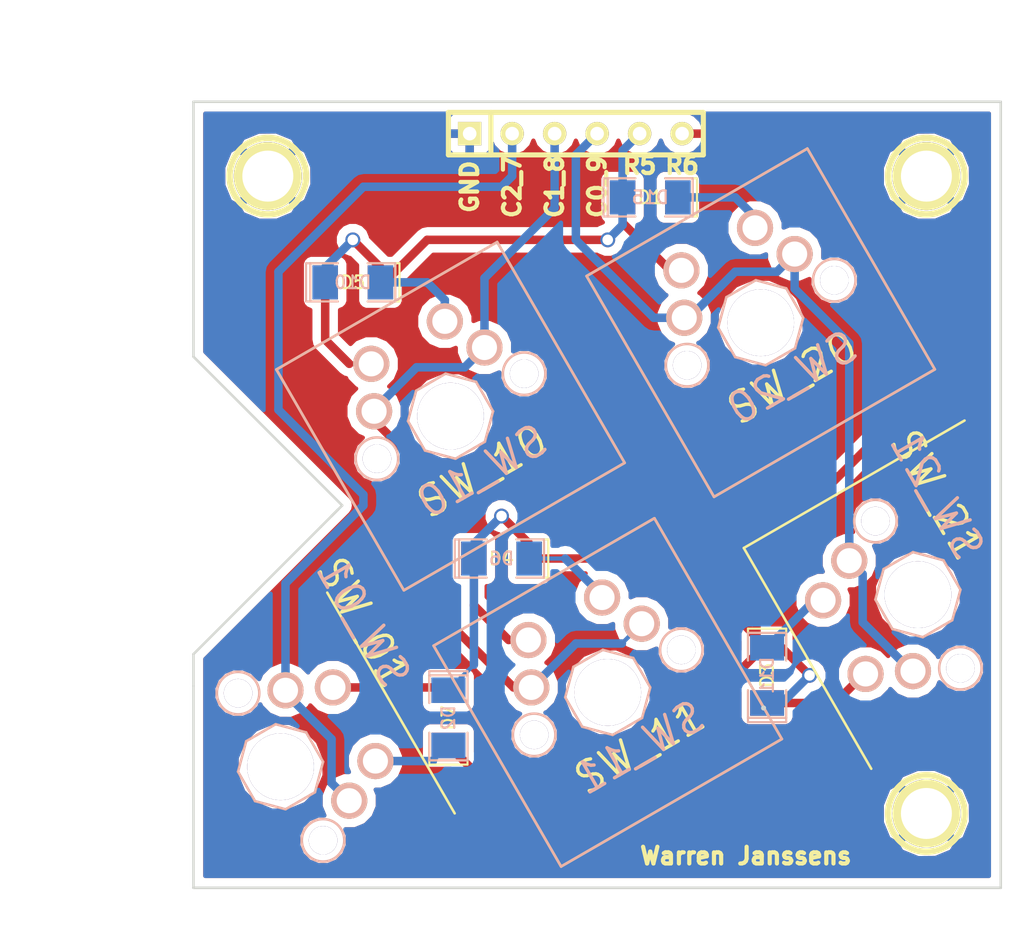
<source format=kicad_pcb>
(kicad_pcb (version 3) (host pcbnew "(2014-02-26 BZR 4721)-product")

  (general
    (links 32)
    (no_connects 0)
    (area 14.234525 19.515001 74.930001 74.930001)
    (thickness 1.6)
    (drawings 21)
    (tracks 108)
    (zones 0)
    (modules 24)
    (nets 17)
  )

  (page A3)
  (layers
    (15 F.Cu signal)
    (0 B.Cu signal)
    (16 B.Adhes user)
    (17 F.Adhes user)
    (18 B.Paste user)
    (19 F.Paste user)
    (20 B.SilkS user)
    (21 F.SilkS user)
    (22 B.Mask user)
    (23 F.Mask user)
    (24 Dwgs.User user)
    (25 Cmts.User user)
    (26 Eco1.User user)
    (27 Eco2.User user)
    (28 Edge.Cuts user)
  )

  (setup
    (last_trace_width 0.508)
    (trace_clearance 0.254)
    (zone_clearance 0.508)
    (zone_45_only no)
    (trace_min 0.1524)
    (segment_width 0.2)
    (edge_width 0.15)
    (via_size 0.889)
    (via_drill 0.635)
    (via_min_size 0.7493)
    (via_min_drill 0.50038)
    (uvia_size 0.508)
    (uvia_drill 0.127)
    (uvias_allowed no)
    (uvia_min_size 0.508)
    (uvia_min_drill 0.127)
    (pcb_text_width 0.3)
    (pcb_text_size 1 1)
    (mod_edge_width 0.15)
    (mod_text_size 1 1)
    (mod_text_width 0.15)
    (pad_size 2.159 2.159)
    (pad_drill 1.4986)
    (pad_to_mask_clearance 0)
    (aux_axis_origin 25.4 25.4)
    (visible_elements FFFFFFFF)
    (pcbplotparams
      (layerselection 284196865)
      (usegerberextensions true)
      (excludeedgelayer true)
      (linewidth 0.150000)
      (plotframeref false)
      (viasonmask false)
      (mode 1)
      (useauxorigin false)
      (hpglpennumber 1)
      (hpglpenspeed 20)
      (hpglpendiameter 15)
      (hpglpenoverlay 2)
      (psnegative false)
      (psa4output false)
      (plotreference true)
      (plotvalue true)
      (plotothertext true)
      (plotinvisibletext false)
      (padsonsilk false)
      (subtractmaskfromsilk false)
      (outputformat 1)
      (mirror false)
      (drillshape 0)
      (scaleselection 1)
      (outputdirectory export/))
  )

  (net 0 "")
  (net 1 C0)
  (net 2 C1)
  (net 3 C2)
  (net 4 GND)
  (net 5 N-0000013)
  (net 6 N-0000014)
  (net 7 N-0000015)
  (net 8 N-0000016)
  (net 9 N-0000017)
  (net 10 N-000003)
  (net 11 N-000004)
  (net 12 N-000005)
  (net 13 N-000006)
  (net 14 N-000008)
  (net 15 R0)
  (net 16 R1)

  (net_class Default "This is the default net class."
    (clearance 0.254)
    (trace_width 0.508)
    (via_dia 0.889)
    (via_drill 0.635)
    (uvia_dia 0.508)
    (uvia_drill 0.127)
    (add_net "")
    (add_net C0)
    (add_net C1)
    (add_net C2)
    (add_net GND)
    (add_net N-0000013)
    (add_net N-0000014)
    (add_net N-0000015)
    (add_net N-0000016)
    (add_net N-0000017)
    (add_net N-000003)
    (add_net N-000004)
    (add_net N-000005)
    (add_net N-000006)
    (add_net N-000008)
    (add_net R0)
    (add_net R1)
  )

  (net_class Seeed ""
    (clearance 0.254)
    (trace_width 0.508)
    (via_dia 0.889)
    (via_drill 0.635)
    (uvia_dia 0.508)
    (uvia_drill 0.127)
  )

  (module SW_PCB_2PIN (layer B.Cu) (tedit 531E038D) (tstamp 52F3C617)
    (at 68.707 54.864 300)
    (path /52F3A135)
    (fp_text reference SW3 (at -4.445 5.715 300) (layer B.SilkS) hide
      (effects (font (size 1.778 1.778) (thickness 0.2032)) (justify mirror))
    )
    (fp_text value SW_21 (at -4.597806 -3.974367 300) (layer B.SilkS)
      (effects (font (size 1.778 1.778) (thickness 0.2032)) (justify mirror))
    )
    (pad 1 thru_hole circle (at 2.54 5.08 300) (size 2.159 2.159) (drill 1.4986) (layers *.Cu *.SilkS *.Mask)
      (net 12 N-000005))
    (pad 2 thru_hole circle (at -3.81 2.54 300) (size 2.159 2.159) (drill 1.4986) (layers *.Cu *.SilkS *.Mask)
      (net 3 C2))
  )

  (module SW_PCB_2PIN (layer B.Cu) (tedit 531E036D) (tstamp 52F3B4D9)
    (at 30.607 65.151 120)
    (path /52F3A14D)
    (fp_text reference SW7 (at -4.445 5.715 120) (layer B.SilkS) hide
      (effects (font (size 1.778 1.778) (thickness 0.2032)) (justify mirror))
    )
    (fp_text value SW_01 (at 5.002495 8.607424 120) (layer B.SilkS)
      (effects (font (size 1.778 1.778) (thickness 0.2032)) (justify mirror))
    )
    (pad 1 thru_hole circle (at 2.54 5.08 120) (size 2.159 2.159) (drill 1.4986) (layers *.Cu *.SilkS *.Mask)
      (net 10 N-000003))
    (pad 2 thru_hole circle (at -3.81 2.54 120) (size 2.159 2.159) (drill 1.4986) (layers *.Cu *.SilkS *.Mask)
      (net 1 C0))
  )

  (module SW_PCB_2PIN (layer B.Cu) (tedit 531E0381) (tstamp 52F3B4C2)
    (at 50.165 60.706 210)
    (path /52F3A141)
    (fp_text reference SW4 (at -4.445 5.715 210) (layer B.SilkS) hide
      (effects (font (size 1.778 1.778) (thickness 0.2032)) (justify mirror))
    )
    (fp_text value SW_11 (at 0 -3.81 210) (layer B.SilkS)
      (effects (font (size 1.778 1.778) (thickness 0.2032)) (justify mirror))
    )
    (fp_line (start -7.62 7.62) (end 7.62 7.62) (layer B.SilkS) (width 0.1524))
    (fp_line (start 7.62 7.62) (end 7.62 -7.62) (layer B.SilkS) (width 0.1524))
    (fp_line (start 7.62 -7.62) (end -7.62 -7.62) (layer B.SilkS) (width 0.1524))
    (fp_line (start -7.62 -7.62) (end -7.62 7.62) (layer B.SilkS) (width 0.1524))
    (pad 1 thru_hole circle (at 2.54 5.08 210) (size 2.159 2.159) (drill 1.4986) (layers *.Cu *.SilkS *.Mask)
      (net 11 N-000004))
    (pad 2 thru_hole circle (at -3.81 2.54 210) (size 2.159 2.159) (drill 1.4986) (layers *.Cu *.SilkS *.Mask)
      (net 2 C1))
  )

  (module SW_PCB_2PIN (layer B.Cu) (tedit 531E0342) (tstamp 52F3B494)
    (at 40.767 44.196 210)
    (path /52F3A11D)
    (fp_text reference SW5 (at -4.445 5.715 210) (layer B.SilkS) hide
      (effects (font (size 1.778 1.778) (thickness 0.2032)) (justify mirror))
    )
    (fp_text value SW_10 (at 0 -3.81 210) (layer B.SilkS)
      (effects (font (size 1.778 1.778) (thickness 0.2032)) (justify mirror))
    )
    (fp_line (start -7.62 7.62) (end 7.62 7.62) (layer B.SilkS) (width 0.1524))
    (fp_line (start 7.62 7.62) (end 7.62 -7.62) (layer B.SilkS) (width 0.1524))
    (fp_line (start 7.62 -7.62) (end -7.62 -7.62) (layer B.SilkS) (width 0.1524))
    (fp_line (start -7.62 -7.62) (end -7.62 7.62) (layer B.SilkS) (width 0.1524))
    (pad 1 thru_hole circle (at 2.54 5.08 210) (size 2.159 2.159) (drill 1.4986) (layers *.Cu *.SilkS *.Mask)
      (net 14 N-000008))
    (pad 2 thru_hole circle (at -3.81 2.54 210) (size 2.159 2.159) (drill 1.4986) (layers *.Cu *.SilkS *.Mask)
      (net 2 C1))
  )

  (module SW_PCB_2PIN (layer B.Cu) (tedit 531E0351) (tstamp 52E9D3BE)
    (at 59.309 38.608 210)
    (path /52F3A12F)
    (fp_text reference SW1 (at -4.445 5.715 210) (layer B.SilkS) hide
      (effects (font (size 1.778 1.778) (thickness 0.2032)) (justify mirror))
    )
    (fp_text value SW_20 (at 0 -3.81 210) (layer B.SilkS)
      (effects (font (size 1.778 1.778) (thickness 0.2032)) (justify mirror))
    )
    (fp_line (start -7.62 7.62) (end 7.62 7.62) (layer B.SilkS) (width 0.1524))
    (fp_line (start 7.62 7.62) (end 7.62 -7.62) (layer B.SilkS) (width 0.1524))
    (fp_line (start 7.62 -7.62) (end -7.62 -7.62) (layer B.SilkS) (width 0.1524))
    (fp_line (start -7.62 -7.62) (end -7.62 7.62) (layer B.SilkS) (width 0.1524))
    (pad 1 thru_hole circle (at 2.54 5.08 210) (size 2.159 2.159) (drill 1.4986) (layers *.Cu *.SilkS *.Mask)
      (net 13 N-000006))
    (pad 2 thru_hole circle (at -3.81 2.54 210) (size 2.159 2.159) (drill 1.4986) (layers *.Cu *.SilkS *.Mask)
      (net 3 C2))
  )

  (module SW_PCB_2PIN (layer F.Cu) (tedit 531E0368) (tstamp 52E89458)
    (at 30.607 65.151 300)
    (path /52E85675)
    (fp_text reference SW2 (at -4.445 -5.715 300) (layer F.SilkS) hide
      (effects (font (size 1.778 1.778) (thickness 0.2032)))
    )
    (fp_text value SW_01 (at -5.002495 -8.607424 300) (layer F.SilkS)
      (effects (font (size 1.778 1.778) (thickness 0.2032)))
    )
    (fp_line (start -7.62 -7.62) (end 7.62 -7.62) (layer F.SilkS) (width 0.1524))
    (fp_circle (center 5.08 0) (end 6.35 0) (layer B.SilkS) (width 0.1524))
    (fp_circle (center -5.08 0) (end -3.81 0) (layer B.SilkS) (width 0.1524))
    (fp_line (start -2.3495 -1.016) (end -1.016 -2.3495) (layer B.SilkS) (width 0.1524))
    (fp_line (start -1.016 -2.3495) (end 1.016 -2.3495) (layer B.SilkS) (width 0.1524))
    (fp_line (start 1.016 -2.3495) (end 2.3495 -1.016) (layer B.SilkS) (width 0.1524))
    (fp_line (start 2.3495 -1.016) (end 2.3495 1.016) (layer B.SilkS) (width 0.1524))
    (fp_line (start 2.3495 1.016) (end 1.016 2.3495) (layer B.SilkS) (width 0.1524))
    (fp_line (start 1.016 2.3495) (end -1.016 2.3495) (layer B.SilkS) (width 0.1524))
    (fp_line (start -1.016 2.3495) (end -2.3495 1.016) (layer B.SilkS) (width 0.1524))
    (fp_line (start -2.3495 1.016) (end -2.3495 -1.016) (layer B.SilkS) (width 0.1524))
    (pad 1 thru_hole circle (at 2.54 -5.08 300) (size 2.159 2.159) (drill 1.4986) (layers *.Cu *.SilkS *.Mask)
      (net 7 N-0000015))
    (pad 2 thru_hole circle (at -3.81 -2.540001 300) (size 2.159 2.159) (drill 1.4986) (layers *.Cu *.SilkS *.Mask)
      (net 1 C0))
    (pad HOLE thru_hole circle (at 5.08 0 300) (size 1.7018 1.7018) (drill 1.7018) (layers *.Cu))
    (pad HOLE thru_hole circle (at -5.08 0 300) (size 1.7018 1.7018) (drill 1.7018) (layers *.Cu))
    (pad HOLE thru_hole circle (at 0 0 300) (size 3.9878 3.9878) (drill 3.9878) (layers *.Cu))
  )

  (module SW_PCB_2PIN (layer F.Cu) (tedit 531E039C) (tstamp 52F3C5FF)
    (at 68.707 54.864 120)
    (path /52E85699)
    (fp_text reference SW11 (at -4.445 -5.715 120) (layer F.SilkS) hide
      (effects (font (size 1.778 1.778) (thickness 0.2032)))
    )
    (fp_text value SW_21 (at 4.597806 3.974367 120) (layer F.SilkS)
      (effects (font (size 1.778 1.778) (thickness 0.2032)))
    )
    (fp_line (start -7.62 -7.62) (end 7.62 -7.62) (layer F.SilkS) (width 0.1524))
    (fp_line (start 7.62 -7.62) (end 7.62 7.62) (layer F.SilkS) (width 0.1524))
    (fp_circle (center 5.08 0) (end 6.35 0) (layer B.SilkS) (width 0.1524))
    (fp_circle (center -5.08 0) (end -3.81 0) (layer B.SilkS) (width 0.1524))
    (fp_line (start -2.3495 -1.016) (end -1.016 -2.3495) (layer B.SilkS) (width 0.1524))
    (fp_line (start -1.016 -2.3495) (end 1.016 -2.3495) (layer B.SilkS) (width 0.1524))
    (fp_line (start 1.016 -2.3495) (end 2.3495 -1.016) (layer B.SilkS) (width 0.1524))
    (fp_line (start 2.3495 -1.016) (end 2.3495 1.016) (layer B.SilkS) (width 0.1524))
    (fp_line (start 2.3495 1.016) (end 1.016 2.3495) (layer B.SilkS) (width 0.1524))
    (fp_line (start 1.016 2.3495) (end -1.016 2.3495) (layer B.SilkS) (width 0.1524))
    (fp_line (start -1.016 2.3495) (end -2.3495 1.016) (layer B.SilkS) (width 0.1524))
    (fp_line (start -2.3495 1.016) (end -2.3495 -1.016) (layer B.SilkS) (width 0.1524))
    (pad 1 thru_hole circle (at 2.54 -5.08 120) (size 2.159 2.159) (drill 1.4986) (layers *.Cu *.SilkS *.Mask)
      (net 5 N-0000013))
    (pad 2 thru_hole circle (at -3.81 -2.540001 120) (size 2.159 2.159) (drill 1.4986) (layers *.Cu *.SilkS *.Mask)
      (net 3 C2))
    (pad HOLE thru_hole circle (at 5.08 0 120) (size 1.7018 1.7018) (drill 1.7018) (layers *.Cu))
    (pad HOLE thru_hole circle (at -5.08 0 120) (size 1.7018 1.7018) (drill 1.7018) (layers *.Cu))
    (pad HOLE thru_hole circle (at 0 0 120) (size 3.9878 3.9878) (drill 3.9878) (layers *.Cu))
  )

  (module SW_PCB_2PIN (layer F.Cu) (tedit 531E037C) (tstamp 52E89413)
    (at 50.165 60.706 30)
    (path /52E8568D)
    (fp_text reference SW6 (at -4.445 -5.715 30) (layer F.SilkS) hide
      (effects (font (size 1.778 1.778) (thickness 0.2032)))
    )
    (fp_text value SW_11 (at 0 3.81 30) (layer F.SilkS)
      (effects (font (size 1.778 1.778) (thickness 0.2032)))
    )
    (fp_line (start -7.62 -7.62) (end 7.62 -7.62) (layer F.SilkS) (width 0.1524))
    (fp_line (start 7.62 -7.62) (end 7.62 7.62) (layer F.SilkS) (width 0.1524))
    (fp_line (start 7.62 7.62) (end -7.62 7.62) (layer F.SilkS) (width 0.1524))
    (fp_line (start -7.62 7.62) (end -7.62 -7.62) (layer F.SilkS) (width 0.1524))
    (fp_circle (center 5.08 0) (end 6.35 0) (layer B.SilkS) (width 0.1524))
    (fp_circle (center -5.08 0) (end -3.81 0) (layer B.SilkS) (width 0.1524))
    (fp_line (start -2.3495 -1.016) (end -1.016 -2.3495) (layer B.SilkS) (width 0.1524))
    (fp_line (start -1.016 -2.3495) (end 1.016 -2.3495) (layer B.SilkS) (width 0.1524))
    (fp_line (start 1.016 -2.3495) (end 2.3495 -1.016) (layer B.SilkS) (width 0.1524))
    (fp_line (start 2.3495 -1.016) (end 2.3495 1.016) (layer B.SilkS) (width 0.1524))
    (fp_line (start 2.3495 1.016) (end 1.016 2.3495) (layer B.SilkS) (width 0.1524))
    (fp_line (start 1.016 2.3495) (end -1.016 2.3495) (layer B.SilkS) (width 0.1524))
    (fp_line (start -1.016 2.3495) (end -2.3495 1.016) (layer B.SilkS) (width 0.1524))
    (fp_line (start -2.3495 1.016) (end -2.3495 -1.016) (layer B.SilkS) (width 0.1524))
    (pad 1 thru_hole circle (at 2.54 -5.08 30) (size 2.159 2.159) (drill 1.4986) (layers *.Cu *.SilkS *.Mask)
      (net 6 N-0000014))
    (pad 2 thru_hole circle (at -3.81 -2.540001 30) (size 2.159 2.159) (drill 1.4986) (layers *.Cu *.SilkS *.Mask)
      (net 2 C1))
    (pad HOLE thru_hole circle (at 5.08 0 30) (size 1.7018 1.7018) (drill 1.7018) (layers *.Cu))
    (pad HOLE thru_hole circle (at -5.08 0 30) (size 1.7018 1.7018) (drill 1.7018) (layers *.Cu))
    (pad HOLE thru_hole circle (at 0 0 30) (size 3.9878 3.9878) (drill 3.9878) (layers *.Cu))
  )

  (module SW_PCB_2PIN (layer F.Cu) (tedit 531E0356) (tstamp 52E8949D)
    (at 59.309 38.608 30)
    (path /52E855FA)
    (fp_text reference SW15 (at -4.445 -5.715 30) (layer F.SilkS) hide
      (effects (font (size 1.778 1.778) (thickness 0.2032)))
    )
    (fp_text value SW_20 (at 0 3.81 30) (layer F.SilkS)
      (effects (font (size 1.778 1.778) (thickness 0.2032)))
    )
    (fp_line (start -7.62 -7.62) (end 7.62 -7.62) (layer F.SilkS) (width 0.1524))
    (fp_line (start 7.62 -7.62) (end 7.62 7.62) (layer F.SilkS) (width 0.1524))
    (fp_line (start 7.62 7.62) (end -7.62 7.62) (layer F.SilkS) (width 0.1524))
    (fp_line (start -7.62 7.62) (end -7.62 -7.62) (layer F.SilkS) (width 0.1524))
    (fp_circle (center 5.08 0) (end 6.35 0) (layer B.SilkS) (width 0.1524))
    (fp_circle (center -5.08 0) (end -3.81 0) (layer B.SilkS) (width 0.1524))
    (fp_line (start -2.3495 -1.016) (end -1.016 -2.3495) (layer B.SilkS) (width 0.1524))
    (fp_line (start -1.016 -2.3495) (end 1.016 -2.3495) (layer B.SilkS) (width 0.1524))
    (fp_line (start 1.016 -2.3495) (end 2.3495 -1.016) (layer B.SilkS) (width 0.1524))
    (fp_line (start 2.3495 -1.016) (end 2.3495 1.016) (layer B.SilkS) (width 0.1524))
    (fp_line (start 2.3495 1.016) (end 1.016 2.3495) (layer B.SilkS) (width 0.1524))
    (fp_line (start 1.016 2.3495) (end -1.016 2.3495) (layer B.SilkS) (width 0.1524))
    (fp_line (start -1.016 2.3495) (end -2.3495 1.016) (layer B.SilkS) (width 0.1524))
    (fp_line (start -2.3495 1.016) (end -2.3495 -1.016) (layer B.SilkS) (width 0.1524))
    (pad 1 thru_hole circle (at 2.54 -5.08 30) (size 2.159 2.159) (drill 1.4986) (layers *.Cu *.SilkS *.Mask)
      (net 8 N-0000016))
    (pad 2 thru_hole circle (at -3.81 -2.540001 30) (size 2.159 2.159) (drill 1.4986) (layers *.Cu *.SilkS *.Mask)
      (net 3 C2))
    (pad HOLE thru_hole circle (at 5.08 0 30) (size 1.7018 1.7018) (drill 1.7018) (layers *.Cu))
    (pad HOLE thru_hole circle (at -5.08 0 30) (size 1.7018 1.7018) (drill 1.7018) (layers *.Cu))
    (pad HOLE thru_hole circle (at 0 0 30) (size 3.9878 3.9878) (drill 3.9878) (layers *.Cu))
  )

  (module SW_PCB_2PIN (layer F.Cu) (tedit 531E033D) (tstamp 52E894B4)
    (at 40.767 44.196 30)
    (path /52E85593)
    (fp_text reference SW10 (at -4.445 -5.715 30) (layer F.SilkS) hide
      (effects (font (size 1.778 1.778) (thickness 0.2032)))
    )
    (fp_text value SW_10 (at 0 3.81 30) (layer F.SilkS)
      (effects (font (size 1.778 1.778) (thickness 0.2032)))
    )
    (fp_line (start -7.62 -7.62) (end 7.62 -7.62) (layer F.SilkS) (width 0.1524))
    (fp_line (start 7.62 -7.62) (end 7.62 7.62) (layer F.SilkS) (width 0.1524))
    (fp_line (start 7.62 7.62) (end -7.62 7.62) (layer F.SilkS) (width 0.1524))
    (fp_line (start -7.62 7.62) (end -7.62 -7.62) (layer F.SilkS) (width 0.1524))
    (fp_circle (center 5.08 0) (end 6.35 0) (layer B.SilkS) (width 0.1524))
    (fp_circle (center -5.08 0) (end -3.81 0) (layer B.SilkS) (width 0.1524))
    (fp_line (start -2.3495 -1.016) (end -1.016 -2.3495) (layer B.SilkS) (width 0.1524))
    (fp_line (start -1.016 -2.3495) (end 1.016 -2.3495) (layer B.SilkS) (width 0.1524))
    (fp_line (start 1.016 -2.3495) (end 2.3495 -1.016) (layer B.SilkS) (width 0.1524))
    (fp_line (start 2.3495 -1.016) (end 2.3495 1.016) (layer B.SilkS) (width 0.1524))
    (fp_line (start 2.3495 1.016) (end 1.016 2.3495) (layer B.SilkS) (width 0.1524))
    (fp_line (start 1.016 2.3495) (end -1.016 2.3495) (layer B.SilkS) (width 0.1524))
    (fp_line (start -1.016 2.3495) (end -2.3495 1.016) (layer B.SilkS) (width 0.1524))
    (fp_line (start -2.3495 1.016) (end -2.3495 -1.016) (layer B.SilkS) (width 0.1524))
    (pad 1 thru_hole circle (at 2.54 -5.08 30) (size 2.159 2.159) (drill 1.4986) (layers *.Cu *.SilkS *.Mask)
      (net 9 N-0000017))
    (pad 2 thru_hole circle (at -3.81 -2.540001 30) (size 2.159 2.159) (drill 1.4986) (layers *.Cu *.SilkS *.Mask)
      (net 2 C1))
    (pad HOLE thru_hole circle (at 5.08 0 30) (size 1.7018 1.7018) (drill 1.7018) (layers *.Cu))
    (pad HOLE thru_hole circle (at -5.08 0 30) (size 1.7018 1.7018) (drill 1.7018) (layers *.Cu))
    (pad HOLE thru_hole circle (at 0 0 30) (size 3.9878 3.9878) (drill 3.9878) (layers *.Cu))
  )

  (module SM1206POL (layer F.Cu) (tedit 42806E4C) (tstamp 52E9E2A3)
    (at 52.705 31.115 180)
    (path /52F3A129)
    (attr smd)
    (fp_text reference D1 (at 0 0 180) (layer F.SilkS)
      (effects (font (size 0.762 0.762) (thickness 0.127)))
    )
    (fp_text value DIODE (at 0 0 180) (layer F.SilkS) hide
      (effects (font (size 0.762 0.762) (thickness 0.127)))
    )
    (fp_line (start -2.54 -1.143) (end -2.794 -1.143) (layer F.SilkS) (width 0.127))
    (fp_line (start -2.794 -1.143) (end -2.794 1.143) (layer F.SilkS) (width 0.127))
    (fp_line (start -2.794 1.143) (end -2.54 1.143) (layer F.SilkS) (width 0.127))
    (fp_line (start -2.54 -1.143) (end -2.54 1.143) (layer F.SilkS) (width 0.127))
    (fp_line (start -2.54 1.143) (end -0.889 1.143) (layer F.SilkS) (width 0.127))
    (fp_line (start 0.889 -1.143) (end 2.54 -1.143) (layer F.SilkS) (width 0.127))
    (fp_line (start 2.54 -1.143) (end 2.54 1.143) (layer F.SilkS) (width 0.127))
    (fp_line (start 2.54 1.143) (end 0.889 1.143) (layer F.SilkS) (width 0.127))
    (fp_line (start -0.889 -1.143) (end -2.54 -1.143) (layer F.SilkS) (width 0.127))
    (pad 1 smd rect (at -1.651 0 180) (size 1.524 2.032) (layers F.Cu F.Paste F.Mask))
    (pad 2 smd rect (at 1.651 0 180) (size 1.524 2.032) (layers F.Cu F.Paste F.Mask)
      (net 13 N-000006))
    (model smd/chip_cms_pol.wrl
      (at (xyz 0 0 0))
      (scale (xyz 0.17 0.16 0.16))
      (rotate (xyz 0 0 0))
    )
  )

  (module SM1206POL (layer B.Cu) (tedit 42806E4C) (tstamp 52E89578)
    (at 34.925 36.195)
    (path /52E85599)
    (attr smd)
    (fp_text reference D10 (at 0 0) (layer B.SilkS)
      (effects (font (size 0.762 0.762) (thickness 0.127)) (justify mirror))
    )
    (fp_text value DIODE (at 0 0) (layer B.SilkS) hide
      (effects (font (size 0.762 0.762) (thickness 0.127)) (justify mirror))
    )
    (fp_line (start -2.54 1.143) (end -2.794 1.143) (layer B.SilkS) (width 0.127))
    (fp_line (start -2.794 1.143) (end -2.794 -1.143) (layer B.SilkS) (width 0.127))
    (fp_line (start -2.794 -1.143) (end -2.54 -1.143) (layer B.SilkS) (width 0.127))
    (fp_line (start -2.54 1.143) (end -2.54 -1.143) (layer B.SilkS) (width 0.127))
    (fp_line (start -2.54 -1.143) (end -0.889 -1.143) (layer B.SilkS) (width 0.127))
    (fp_line (start 0.889 1.143) (end 2.54 1.143) (layer B.SilkS) (width 0.127))
    (fp_line (start 2.54 1.143) (end 2.54 -1.143) (layer B.SilkS) (width 0.127))
    (fp_line (start 2.54 -1.143) (end 0.889 -1.143) (layer B.SilkS) (width 0.127))
    (fp_line (start -0.889 1.143) (end -2.54 1.143) (layer B.SilkS) (width 0.127))
    (pad 1 smd rect (at -1.651 0) (size 1.524 2.032) (layers B.Cu B.Paste B.Mask)
      (net 15 R0))
    (pad 2 smd rect (at 1.651 0) (size 1.524 2.032) (layers B.Cu B.Paste B.Mask)
      (net 9 N-0000017))
    (model smd/chip_cms_pol.wrl
      (at (xyz 0 0 0))
      (scale (xyz 0.17 0.16 0.16))
      (rotate (xyz 0 0 0))
    )
  )

  (module SM1206POL (layer B.Cu) (tedit 42806E4C) (tstamp 52E89587)
    (at 52.705 31.115)
    (path /52E855D6)
    (attr smd)
    (fp_text reference D15 (at 0 0) (layer B.SilkS)
      (effects (font (size 0.762 0.762) (thickness 0.127)) (justify mirror))
    )
    (fp_text value DIODE (at 0 0) (layer B.SilkS) hide
      (effects (font (size 0.762 0.762) (thickness 0.127)) (justify mirror))
    )
    (fp_line (start -2.54 1.143) (end -2.794 1.143) (layer B.SilkS) (width 0.127))
    (fp_line (start -2.794 1.143) (end -2.794 -1.143) (layer B.SilkS) (width 0.127))
    (fp_line (start -2.794 -1.143) (end -2.54 -1.143) (layer B.SilkS) (width 0.127))
    (fp_line (start -2.54 1.143) (end -2.54 -1.143) (layer B.SilkS) (width 0.127))
    (fp_line (start -2.54 -1.143) (end -0.889 -1.143) (layer B.SilkS) (width 0.127))
    (fp_line (start 0.889 1.143) (end 2.54 1.143) (layer B.SilkS) (width 0.127))
    (fp_line (start 2.54 1.143) (end 2.54 -1.143) (layer B.SilkS) (width 0.127))
    (fp_line (start 2.54 -1.143) (end 0.889 -1.143) (layer B.SilkS) (width 0.127))
    (fp_line (start -0.889 1.143) (end -2.54 1.143) (layer B.SilkS) (width 0.127))
    (pad 1 smd rect (at -1.651 0) (size 1.524 2.032) (layers B.Cu B.Paste B.Mask)
      (net 15 R0))
    (pad 2 smd rect (at 1.651 0) (size 1.524 2.032) (layers B.Cu B.Paste B.Mask)
      (net 8 N-0000016))
    (model smd/chip_cms_pol.wrl
      (at (xyz 0 0 0))
      (scale (xyz 0.17 0.16 0.16))
      (rotate (xyz 0 0 0))
    )
  )

  (module SM1206POL (layer B.Cu) (tedit 42806E4C) (tstamp 52E895B4)
    (at 40.64 62.23 270)
    (path /52E85687)
    (attr smd)
    (fp_text reference D2 (at 0 0 270) (layer B.SilkS)
      (effects (font (size 0.762 0.762) (thickness 0.127)) (justify mirror))
    )
    (fp_text value DIODE (at 0 0 270) (layer B.SilkS) hide
      (effects (font (size 0.762 0.762) (thickness 0.127)) (justify mirror))
    )
    (fp_line (start -2.54 1.143) (end -2.794 1.143) (layer B.SilkS) (width 0.127))
    (fp_line (start -2.794 1.143) (end -2.794 -1.143) (layer B.SilkS) (width 0.127))
    (fp_line (start -2.794 -1.143) (end -2.54 -1.143) (layer B.SilkS) (width 0.127))
    (fp_line (start -2.54 1.143) (end -2.54 -1.143) (layer B.SilkS) (width 0.127))
    (fp_line (start -2.54 -1.143) (end -0.889 -1.143) (layer B.SilkS) (width 0.127))
    (fp_line (start 0.889 1.143) (end 2.54 1.143) (layer B.SilkS) (width 0.127))
    (fp_line (start 2.54 1.143) (end 2.54 -1.143) (layer B.SilkS) (width 0.127))
    (fp_line (start 2.54 -1.143) (end 0.889 -1.143) (layer B.SilkS) (width 0.127))
    (fp_line (start -0.889 1.143) (end -2.54 1.143) (layer B.SilkS) (width 0.127))
    (pad 1 smd rect (at -1.651 0 270) (size 1.524 2.032) (layers B.Cu B.Paste B.Mask)
      (net 16 R1))
    (pad 2 smd rect (at 1.651 0 270) (size 1.524 2.032) (layers B.Cu B.Paste B.Mask)
      (net 7 N-0000015))
    (model smd/chip_cms_pol.wrl
      (at (xyz 0 0 0))
      (scale (xyz 0.17 0.16 0.16))
      (rotate (xyz 0 0 0))
    )
  )

  (module SM1206POL (layer B.Cu) (tedit 42806E4C) (tstamp 52E895C3)
    (at 43.815 52.705)
    (path /52E85693)
    (attr smd)
    (fp_text reference D6 (at 0 0) (layer B.SilkS)
      (effects (font (size 0.762 0.762) (thickness 0.127)) (justify mirror))
    )
    (fp_text value DIODE (at 0 0) (layer B.SilkS) hide
      (effects (font (size 0.762 0.762) (thickness 0.127)) (justify mirror))
    )
    (fp_line (start -2.54 1.143) (end -2.794 1.143) (layer B.SilkS) (width 0.127))
    (fp_line (start -2.794 1.143) (end -2.794 -1.143) (layer B.SilkS) (width 0.127))
    (fp_line (start -2.794 -1.143) (end -2.54 -1.143) (layer B.SilkS) (width 0.127))
    (fp_line (start -2.54 1.143) (end -2.54 -1.143) (layer B.SilkS) (width 0.127))
    (fp_line (start -2.54 -1.143) (end -0.889 -1.143) (layer B.SilkS) (width 0.127))
    (fp_line (start 0.889 1.143) (end 2.54 1.143) (layer B.SilkS) (width 0.127))
    (fp_line (start 2.54 1.143) (end 2.54 -1.143) (layer B.SilkS) (width 0.127))
    (fp_line (start 2.54 -1.143) (end 0.889 -1.143) (layer B.SilkS) (width 0.127))
    (fp_line (start -0.889 1.143) (end -2.54 1.143) (layer B.SilkS) (width 0.127))
    (pad 1 smd rect (at -1.651 0) (size 1.524 2.032) (layers B.Cu B.Paste B.Mask)
      (net 16 R1))
    (pad 2 smd rect (at 1.651 0) (size 1.524 2.032) (layers B.Cu B.Paste B.Mask)
      (net 6 N-0000014))
    (model smd/chip_cms_pol.wrl
      (at (xyz 0 0 0))
      (scale (xyz 0.17 0.16 0.16))
      (rotate (xyz 0 0 0))
    )
  )

  (module SM1206POL (layer B.Cu) (tedit 42806E4C) (tstamp 52E895D2)
    (at 59.69 59.69 90)
    (path /52E8569F)
    (attr smd)
    (fp_text reference D11 (at 0 0 90) (layer B.SilkS)
      (effects (font (size 0.762 0.762) (thickness 0.127)) (justify mirror))
    )
    (fp_text value DIODE (at 0 0 90) (layer B.SilkS) hide
      (effects (font (size 0.762 0.762) (thickness 0.127)) (justify mirror))
    )
    (fp_line (start -2.54 1.143) (end -2.794 1.143) (layer B.SilkS) (width 0.127))
    (fp_line (start -2.794 1.143) (end -2.794 -1.143) (layer B.SilkS) (width 0.127))
    (fp_line (start -2.794 -1.143) (end -2.54 -1.143) (layer B.SilkS) (width 0.127))
    (fp_line (start -2.54 1.143) (end -2.54 -1.143) (layer B.SilkS) (width 0.127))
    (fp_line (start -2.54 -1.143) (end -0.889 -1.143) (layer B.SilkS) (width 0.127))
    (fp_line (start 0.889 1.143) (end 2.54 1.143) (layer B.SilkS) (width 0.127))
    (fp_line (start 2.54 1.143) (end 2.54 -1.143) (layer B.SilkS) (width 0.127))
    (fp_line (start 2.54 -1.143) (end 0.889 -1.143) (layer B.SilkS) (width 0.127))
    (fp_line (start -0.889 1.143) (end -2.54 1.143) (layer B.SilkS) (width 0.127))
    (pad 1 smd rect (at -1.651 0 90) (size 1.524 2.032) (layers B.Cu B.Paste B.Mask)
      (net 16 R1))
    (pad 2 smd rect (at 1.651 0 90) (size 1.524 2.032) (layers B.Cu B.Paste B.Mask)
      (net 5 N-0000013))
    (model smd/chip_cms_pol.wrl
      (at (xyz 0 0 0))
      (scale (xyz 0.17 0.16 0.16))
      (rotate (xyz 0 0 0))
    )
  )

  (module SIL-6 (layer F.Cu) (tedit 531DDB2C) (tstamp 52E9D87B)
    (at 48.26 27.305)
    (descr "Connecteur 6 pins")
    (tags "CONN DEV")
    (path /52F2F000)
    (fp_text reference P2 (at -9.525 0) (layer F.SilkS) hide
      (effects (font (size 1.72974 1.08712) (thickness 0.27178)))
    )
    (fp_text value CONN_6 (at 11.43 0) (layer F.SilkS) hide
      (effects (font (size 1.524 1.016) (thickness 0.3048)))
    )
    (fp_line (start -7.62 1.27) (end -7.62 -1.27) (layer F.SilkS) (width 0.3048))
    (fp_line (start -7.62 -1.27) (end 7.62 -1.27) (layer F.SilkS) (width 0.3048))
    (fp_line (start 7.62 -1.27) (end 7.62 1.27) (layer F.SilkS) (width 0.3048))
    (fp_line (start 7.62 1.27) (end -7.62 1.27) (layer F.SilkS) (width 0.3048))
    (fp_line (start -5.08 1.27) (end -5.08 -1.27) (layer F.SilkS) (width 0.3048))
    (pad 1 thru_hole rect (at -6.35 0) (size 1.397 1.397) (drill 0.8128) (layers *.Cu *.Mask F.SilkS)
      (net 4 GND))
    (pad 2 thru_hole circle (at -3.81 0) (size 1.397 1.397) (drill 0.8128) (layers *.Cu *.Mask F.SilkS)
      (net 1 C0))
    (pad 3 thru_hole circle (at -1.27 0) (size 1.397 1.397) (drill 0.8128) (layers *.Cu *.Mask F.SilkS)
      (net 2 C1))
    (pad 4 thru_hole circle (at 1.27 0) (size 1.397 1.397) (drill 0.8128) (layers *.Cu *.Mask F.SilkS)
      (net 3 C2))
    (pad 5 thru_hole circle (at 3.81 0) (size 1.397 1.397) (drill 0.8128) (layers *.Cu *.Mask F.SilkS)
      (net 15 R0))
    (pad 6 thru_hole circle (at 6.35 0) (size 1.397 1.397) (drill 0.8128) (layers *.Cu *.Mask F.SilkS)
      (net 16 R1))
  )

  (module SM1206POL (layer F.Cu) (tedit 42806E4C) (tstamp 52F3B4E8)
    (at 34.925 36.195 180)
    (path /52F3A123)
    (attr smd)
    (fp_text reference D5 (at 0 0 180) (layer F.SilkS)
      (effects (font (size 0.762 0.762) (thickness 0.127)))
    )
    (fp_text value DIODE (at 0 0 180) (layer F.SilkS) hide
      (effects (font (size 0.762 0.762) (thickness 0.127)))
    )
    (fp_line (start -2.54 -1.143) (end -2.794 -1.143) (layer F.SilkS) (width 0.127))
    (fp_line (start -2.794 -1.143) (end -2.794 1.143) (layer F.SilkS) (width 0.127))
    (fp_line (start -2.794 1.143) (end -2.54 1.143) (layer F.SilkS) (width 0.127))
    (fp_line (start -2.54 -1.143) (end -2.54 1.143) (layer F.SilkS) (width 0.127))
    (fp_line (start -2.54 1.143) (end -0.889 1.143) (layer F.SilkS) (width 0.127))
    (fp_line (start 0.889 -1.143) (end 2.54 -1.143) (layer F.SilkS) (width 0.127))
    (fp_line (start 2.54 -1.143) (end 2.54 1.143) (layer F.SilkS) (width 0.127))
    (fp_line (start 2.54 1.143) (end 0.889 1.143) (layer F.SilkS) (width 0.127))
    (fp_line (start -0.889 -1.143) (end -2.54 -1.143) (layer F.SilkS) (width 0.127))
    (pad 1 smd rect (at -1.651 0 180) (size 1.524 2.032) (layers F.Cu F.Paste F.Mask)
      (net 15 R0))
    (pad 2 smd rect (at 1.651 0 180) (size 1.524 2.032) (layers F.Cu F.Paste F.Mask)
      (net 14 N-000008))
    (model smd/chip_cms_pol.wrl
      (at (xyz 0 0 0))
      (scale (xyz 0.17 0.16 0.16))
      (rotate (xyz 0 0 0))
    )
  )

  (module SM1206POL (layer F.Cu) (tedit 42806E4C) (tstamp 52F3B4F7)
    (at 59.69 59.69 270)
    (path /52F3A13B)
    (attr smd)
    (fp_text reference D3 (at 0 0 270) (layer F.SilkS)
      (effects (font (size 0.762 0.762) (thickness 0.127)))
    )
    (fp_text value DIODE (at 0 0 270) (layer F.SilkS) hide
      (effects (font (size 0.762 0.762) (thickness 0.127)))
    )
    (fp_line (start -2.54 -1.143) (end -2.794 -1.143) (layer F.SilkS) (width 0.127))
    (fp_line (start -2.794 -1.143) (end -2.794 1.143) (layer F.SilkS) (width 0.127))
    (fp_line (start -2.794 1.143) (end -2.54 1.143) (layer F.SilkS) (width 0.127))
    (fp_line (start -2.54 -1.143) (end -2.54 1.143) (layer F.SilkS) (width 0.127))
    (fp_line (start -2.54 1.143) (end -0.889 1.143) (layer F.SilkS) (width 0.127))
    (fp_line (start 0.889 -1.143) (end 2.54 -1.143) (layer F.SilkS) (width 0.127))
    (fp_line (start 2.54 -1.143) (end 2.54 1.143) (layer F.SilkS) (width 0.127))
    (fp_line (start 2.54 1.143) (end 0.889 1.143) (layer F.SilkS) (width 0.127))
    (fp_line (start -0.889 -1.143) (end -2.54 -1.143) (layer F.SilkS) (width 0.127))
    (pad 1 smd rect (at -1.651 0 270) (size 1.524 2.032) (layers F.Cu F.Paste F.Mask)
      (net 16 R1))
    (pad 2 smd rect (at 1.651 0 270) (size 1.524 2.032) (layers F.Cu F.Paste F.Mask)
      (net 12 N-000005))
    (model smd/chip_cms_pol.wrl
      (at (xyz 0 0 0))
      (scale (xyz 0.17 0.16 0.16))
      (rotate (xyz 0 0 0))
    )
  )

  (module SM1206POL (layer F.Cu) (tedit 42806E4C) (tstamp 52F3B506)
    (at 43.815 52.705 180)
    (path /52F3A147)
    (attr smd)
    (fp_text reference D4 (at 0 0 180) (layer F.SilkS)
      (effects (font (size 0.762 0.762) (thickness 0.127)))
    )
    (fp_text value DIODE (at 0 0 180) (layer F.SilkS) hide
      (effects (font (size 0.762 0.762) (thickness 0.127)))
    )
    (fp_line (start -2.54 -1.143) (end -2.794 -1.143) (layer F.SilkS) (width 0.127))
    (fp_line (start -2.794 -1.143) (end -2.794 1.143) (layer F.SilkS) (width 0.127))
    (fp_line (start -2.794 1.143) (end -2.54 1.143) (layer F.SilkS) (width 0.127))
    (fp_line (start -2.54 -1.143) (end -2.54 1.143) (layer F.SilkS) (width 0.127))
    (fp_line (start -2.54 1.143) (end -0.889 1.143) (layer F.SilkS) (width 0.127))
    (fp_line (start 0.889 -1.143) (end 2.54 -1.143) (layer F.SilkS) (width 0.127))
    (fp_line (start 2.54 -1.143) (end 2.54 1.143) (layer F.SilkS) (width 0.127))
    (fp_line (start 2.54 1.143) (end 0.889 1.143) (layer F.SilkS) (width 0.127))
    (fp_line (start -0.889 -1.143) (end -2.54 -1.143) (layer F.SilkS) (width 0.127))
    (pad 1 smd rect (at -1.651 0 180) (size 1.524 2.032) (layers F.Cu F.Paste F.Mask)
      (net 16 R1))
    (pad 2 smd rect (at 1.651 0 180) (size 1.524 2.032) (layers F.Cu F.Paste F.Mask)
      (net 11 N-000004))
    (model smd/chip_cms_pol.wrl
      (at (xyz 0 0 0))
      (scale (xyz 0.17 0.16 0.16))
      (rotate (xyz 0 0 0))
    )
  )

  (module SM1206POL (layer F.Cu) (tedit 42806E4C) (tstamp 52F3B515)
    (at 40.64 62.23 90)
    (path /52F3A153)
    (attr smd)
    (fp_text reference D7 (at 0 0 90) (layer F.SilkS)
      (effects (font (size 0.762 0.762) (thickness 0.127)))
    )
    (fp_text value DIODE (at 0 0 90) (layer F.SilkS) hide
      (effects (font (size 0.762 0.762) (thickness 0.127)))
    )
    (fp_line (start -2.54 -1.143) (end -2.794 -1.143) (layer F.SilkS) (width 0.127))
    (fp_line (start -2.794 -1.143) (end -2.794 1.143) (layer F.SilkS) (width 0.127))
    (fp_line (start -2.794 1.143) (end -2.54 1.143) (layer F.SilkS) (width 0.127))
    (fp_line (start -2.54 -1.143) (end -2.54 1.143) (layer F.SilkS) (width 0.127))
    (fp_line (start -2.54 1.143) (end -0.889 1.143) (layer F.SilkS) (width 0.127))
    (fp_line (start 0.889 -1.143) (end 2.54 -1.143) (layer F.SilkS) (width 0.127))
    (fp_line (start 2.54 -1.143) (end 2.54 1.143) (layer F.SilkS) (width 0.127))
    (fp_line (start 2.54 1.143) (end 0.889 1.143) (layer F.SilkS) (width 0.127))
    (fp_line (start -0.889 -1.143) (end -2.54 -1.143) (layer F.SilkS) (width 0.127))
    (pad 1 smd rect (at -1.651 0 90) (size 1.524 2.032) (layers F.Cu F.Paste F.Mask)
      (net 16 R1))
    (pad 2 smd rect (at 1.651 0 90) (size 1.524 2.032) (layers F.Cu F.Paste F.Mask)
      (net 10 N-000003))
    (model smd/chip_cms_pol.wrl
      (at (xyz 0 0 0))
      (scale (xyz 0.17 0.16 0.16))
      (rotate (xyz 0 0 0))
    )
  )

  (module 1pin (layer F.Cu) (tedit 52F3E739) (tstamp 52F3E1E2)
    (at 69.215 67.945)
    (descr "module 1 pin (ou trou mecanique de percage)")
    (tags DEV)
    (path /52F3E197)
    (fp_text reference P1 (at 0 -3.048) (layer F.SilkS) hide
      (effects (font (size 1.016 1.016) (thickness 0.254)))
    )
    (fp_text value CONN_1 (at 0 2.794) (layer F.SilkS) hide
      (effects (font (size 1.016 1.016) (thickness 0.254)))
    )
    (fp_circle (center 0 0) (end 0 -2.286) (layer F.SilkS) (width 0.381))
    (pad 1 thru_hole circle (at 0 0) (size 4.064 4.064) (drill 3.048) (layers *.Cu *.Mask F.SilkS)
      (net 4 GND))
  )

  (module 1pin (layer F.Cu) (tedit 52F3E735) (tstamp 52F3E1E8)
    (at 69.215 29.845)
    (descr "module 1 pin (ou trou mecanique de percage)")
    (tags DEV)
    (path /52F3E1A4)
    (fp_text reference P3 (at 0 -3.048) (layer F.SilkS) hide
      (effects (font (size 1.016 1.016) (thickness 0.254)))
    )
    (fp_text value CONN_1 (at 0 2.794) (layer F.SilkS) hide
      (effects (font (size 1.016 1.016) (thickness 0.254)))
    )
    (fp_circle (center 0 0) (end 0 -2.286) (layer F.SilkS) (width 0.381))
    (pad 1 thru_hole circle (at 0 0) (size 4.064 4.064) (drill 3.048) (layers *.Cu *.Mask F.SilkS)
      (net 4 GND))
  )

  (module 1pin (layer F.Cu) (tedit 52F3E72A) (tstamp 52F3E1EE)
    (at 29.845 29.845)
    (descr "module 1 pin (ou trou mecanique de percage)")
    (tags DEV)
    (path /52F3E1AA)
    (fp_text reference P4 (at 0 -3.048) (layer F.SilkS) hide
      (effects (font (size 1.016 1.016) (thickness 0.254)))
    )
    (fp_text value CONN_1 (at 0 2.794) (layer F.SilkS) hide
      (effects (font (size 1.016 1.016) (thickness 0.254)))
    )
    (fp_circle (center 0 0) (end 0 -2.286) (layer F.SilkS) (width 0.381))
    (pad 1 thru_hole circle (at 0 0) (size 4.064 4.064) (drill 3.048) (layers *.Cu *.Mask F.SilkS)
      (net 4 GND))
  )

  (gr_text "Warren Janssens" (at 58.42 70.485) (layer F.SilkS)
    (effects (font (size 1 1) (thickness 0.25)))
  )
  (gr_line (start 25.4 40.64) (end 25.4 25.4) (angle 90) (layer Edge.Cuts) (width 0.15))
  (gr_line (start 34.29 49.53) (end 25.4 40.64) (angle 90) (layer Edge.Cuts) (width 0.15))
  (gr_line (start 34.29 49.53) (end 33.655 50.165) (angle 90) (layer Edge.Cuts) (width 0.15))
  (gr_line (start 33.02 50.8) (end 34.036 49.784) (angle 90) (layer Edge.Cuts) (width 0.15))
  (gr_line (start 73.66 72.39) (end 73.66 25.4) (angle 90) (layer Edge.Cuts) (width 0.15))
  (gr_line (start 73.66 72.39) (end 25.4 72.39) (angle 90) (layer Edge.Cuts) (width 0.15))
  (gr_line (start 25.4 25.4) (end 73.66 25.4) (angle 90) (layer Edge.Cuts) (width 0.15))
  (gr_line (start 25.4 58.42) (end 33.02 50.8) (angle 90) (layer Edge.Cuts) (width 0.15))
  (gr_line (start 25.4 60.325) (end 25.4 58.42) (angle 90) (layer Edge.Cuts) (width 0.15))
  (gr_line (start 25.4 72.39) (end 73.66 72.39) (angle 90) (layer Edge.Cuts) (width 0.15))
  (gr_line (start 25.4 60.325) (end 25.4 72.39) (angle 90) (layer Edge.Cuts) (width 0.15))
  (dimension 49.53 (width 0.25) (layer Cmts.User)
    (gr_text "1.9500 in" (at 18.050001 50.165 270) (layer Cmts.User)
      (effects (font (size 1 1) (thickness 0.25)))
    )
    (feature1 (pts (xy 23.495 74.93) (xy 17.050001 74.93)))
    (feature2 (pts (xy 23.495 25.4) (xy 17.050001 25.4)))
    (crossbar (pts (xy 19.050001 25.4) (xy 19.050001 74.93)))
    (arrow1a (pts (xy 19.050001 74.93) (xy 18.463581 73.803497)))
    (arrow1b (pts (xy 19.050001 74.93) (xy 19.636421 73.803497)))
    (arrow2a (pts (xy 19.050001 25.4) (xy 18.463581 26.526503)))
    (arrow2b (pts (xy 19.050001 25.4) (xy 19.636421 26.526503)))
  )
  (dimension 49.53 (width 0.25) (layer Cmts.User)
    (gr_text "1.9500 in" (at 50.165 20.590001) (layer Cmts.User)
      (effects (font (size 1 1) (thickness 0.25)))
    )
    (feature1 (pts (xy 74.93 25.4) (xy 74.93 19.590001)))
    (feature2 (pts (xy 25.4 25.4) (xy 25.4 19.590001)))
    (crossbar (pts (xy 25.4 21.590001) (xy 74.93 21.590001)))
    (arrow1a (pts (xy 74.93 21.590001) (xy 73.803497 22.176421)))
    (arrow1b (pts (xy 74.93 21.590001) (xy 73.803497 21.003581)))
    (arrow2a (pts (xy 25.4 21.590001) (xy 26.526503 22.176421)))
    (arrow2b (pts (xy 25.4 21.590001) (xy 26.526503 21.003581)))
  )
  (gr_text C2_7 (at 44.45 30.48 90) (layer F.SilkS)
    (effects (font (size 1 1) (thickness 0.25)))
  )
  (gr_text C1_8 (at 46.99 30.48 90) (layer F.SilkS)
    (effects (font (size 1 1) (thickness 0.25)))
  )
  (gr_text R6 (at 54.61 29.21) (layer F.SilkS)
    (effects (font (size 1 1) (thickness 0.25)))
  )
  (gr_text R5 (at 52.07 29.21) (layer F.SilkS)
    (effects (font (size 1 1) (thickness 0.25)))
  )
  (gr_text C0_9 (at 49.53 30.48 90) (layer F.SilkS)
    (effects (font (size 1 1) (thickness 0.25)))
  )
  (gr_text GND (at 41.91 30.48 90) (layer F.SilkS)
    (effects (font (size 1 1) (thickness 0.25)))
  )
  (target plus (at 59.482 61.641) (size 0.005) (width 0.15) (layer Edge.Cuts))

  (segment (start 30.901705 60.581443) (end 30.901705 54.188295) (width 0.508) (layer B.Cu) (net 1) (status 10))
  (segment (start 44.45 29.845) (end 44.45 27.305) (width 0.508) (layer B.Cu) (net 1) (tstamp 52F3DF84) (status 20))
  (segment (start 43.815 30.48) (end 44.45 29.845) (width 0.508) (layer B.Cu) (net 1) (tstamp 52F3DF83))
  (segment (start 35.56 30.48) (end 43.815 30.48) (width 0.508) (layer B.Cu) (net 1) (tstamp 52F3DF81))
  (segment (start 30.48 35.56) (end 35.56 30.48) (width 0.508) (layer B.Cu) (net 1) (tstamp 52F3DF7E))
  (segment (start 30.48 43.815) (end 30.48 35.56) (width 0.508) (layer B.Cu) (net 1) (tstamp 52F3DF7B))
  (segment (start 35.56 48.895) (end 30.48 43.815) (width 0.508) (layer B.Cu) (net 1) (tstamp 52F3DF72))
  (segment (start 35.56 49.53) (end 35.56 48.895) (width 0.508) (layer B.Cu) (net 1) (tstamp 52F3DF6E))
  (segment (start 30.901705 54.188295) (end 35.56 49.53) (width 0.508) (layer B.Cu) (net 1) (tstamp 52F3DF61))
  (segment (start 30.901705 60.581443) (end 30.901705 60.746705) (width 0.254) (layer B.Cu) (net 1) (status 30))
  (segment (start 33.655 66.123852) (end 34.711705 67.180557) (width 0.508) (layer B.Cu) (net 1) (tstamp 52F3DD27) (status 20))
  (segment (start 33.655 63.5) (end 33.655 66.123852) (width 0.508) (layer B.Cu) (net 1) (tstamp 52F3DD24))
  (segment (start 30.901705 60.746705) (end 33.655 63.5) (width 0.508) (layer B.Cu) (net 1) (tstamp 52F3DD21) (status 10))
  (segment (start 42.796557 40.091295) (end 42.796557 35.943443) (width 0.508) (layer B.Cu) (net 2) (status 10))
  (segment (start 46.99 31.75) (end 46.99 27.305) (width 0.508) (layer B.Cu) (net 2) (tstamp 52F3DF53) (status 20))
  (segment (start 42.796557 35.943443) (end 46.99 31.75) (width 0.508) (layer B.Cu) (net 2) (tstamp 52F3DF50))
  (segment (start 36.197443 43.901295) (end 36.197443 44.452443) (width 0.508) (layer F.Cu) (net 2) (status 30))
  (segment (start 44.536295 60.411295) (end 45.595443 60.411295) (width 0.508) (layer F.Cu) (net 2) (tstamp 52F3DE06) (status 30))
  (segment (start 40.005 55.88) (end 44.536295 60.411295) (width 0.508) (layer F.Cu) (net 2) (tstamp 52F3DE04) (status 20))
  (segment (start 40.005 48.26) (end 40.005 55.88) (width 0.508) (layer F.Cu) (net 2) (tstamp 52F3DE02))
  (segment (start 36.197443 44.452443) (end 40.005 48.26) (width 0.508) (layer F.Cu) (net 2) (tstamp 52F3DE01) (status 10))
  (segment (start 45.595443 60.411295) (end 45.633705 60.411295) (width 0.254) (layer B.Cu) (net 2) (status 30))
  (segment (start 45.633705 60.411295) (end 48.26 57.785) (width 0.508) (layer B.Cu) (net 2) (tstamp 52F3DD2C) (status 10))
  (segment (start 48.26 57.785) (end 51.010852 57.785) (width 0.508) (layer B.Cu) (net 2) (tstamp 52F3DD2E))
  (segment (start 51.010852 57.785) (end 52.194557 56.601295) (width 0.254) (layer B.Cu) (net 2) (tstamp 52F3DD30) (status 20))
  (segment (start 36.197443 43.901295) (end 36.197443 43.812557) (width 0.254) (layer B.Cu) (net 2) (status 30))
  (segment (start 41.612852 41.275) (end 42.796557 40.091295) (width 0.508) (layer B.Cu) (net 2) (tstamp 52F3DD17) (status 20))
  (segment (start 38.735 41.275) (end 41.612852 41.275) (width 0.508) (layer B.Cu) (net 2) (tstamp 52F3DD12))
  (segment (start 36.197443 43.812557) (end 38.735 41.275) (width 0.508) (layer B.Cu) (net 2) (tstamp 52F3DD0B) (status 10))
  (segment (start 49.53 27.305) (end 48.26 28.575) (width 0.508) (layer B.Cu) (net 3) (status 10))
  (segment (start 52.918295 38.313295) (end 54.739443 38.313295) (width 0.508) (layer B.Cu) (net 3) (tstamp 52F3DF97) (status 20))
  (segment (start 48.26 33.655) (end 52.918295 38.313295) (width 0.508) (layer B.Cu) (net 3) (tstamp 52F3DF93))
  (segment (start 48.26 28.575) (end 48.26 33.655) (width 0.508) (layer B.Cu) (net 3) (tstamp 52F3DF91))
  (segment (start 61.338557 34.503295) (end 61.338557 36.573557) (width 0.508) (layer B.Cu) (net 3) (status 10))
  (segment (start 64.602295 39.837295) (end 64.602295 52.834443) (width 0.508) (layer B.Cu) (net 3) (tstamp 52F3DD60) (status 20))
  (segment (start 61.338557 36.573557) (end 64.602295 39.837295) (width 0.508) (layer B.Cu) (net 3) (tstamp 52F3DD5A))
  (segment (start 68.412295 59.433557) (end 68.323557 59.433557) (width 0.254) (layer B.Cu) (net 3) (status 30))
  (segment (start 68.323557 59.433557) (end 65.405 56.515) (width 0.508) (layer B.Cu) (net 3) (tstamp 52F3DD43) (status 10))
  (segment (start 65.405 56.515) (end 65.405 53.637148) (width 0.508) (layer B.Cu) (net 3) (tstamp 52F3DD45) (status 20))
  (segment (start 65.405 53.637148) (end 64.602295 52.834443) (width 0.254) (layer B.Cu) (net 3) (tstamp 52F3DD48) (status 30))
  (segment (start 54.739443 38.313295) (end 55.031705 38.313295) (width 0.254) (layer B.Cu) (net 3) (status 30))
  (segment (start 60.281852 35.56) (end 61.338557 34.503295) (width 0.508) (layer B.Cu) (net 3) (tstamp 52F3DD04) (status 20))
  (segment (start 57.785 35.56) (end 60.281852 35.56) (width 0.508) (layer B.Cu) (net 3) (tstamp 52F3DD00))
  (segment (start 55.031705 38.313295) (end 57.785 35.56) (width 0.508) (layer B.Cu) (net 3) (tstamp 52F3DCFC) (status 10))
  (segment (start 63.037591 55.204295) (end 62.524705 55.204295) (width 0.508) (layer B.Cu) (net 5) (status 30))
  (segment (start 62.524705 55.204295) (end 59.69 58.039) (width 0.508) (layer B.Cu) (net 5) (tstamp 52F3DC73) (status 30))
  (segment (start 49.824705 55.036591) (end 49.824705 54.904705) (width 0.254) (layer B.Cu) (net 6) (status 30))
  (segment (start 49.824705 54.904705) (end 47.625 52.705) (width 0.508) (layer B.Cu) (net 6) (tstamp 52F3DCA0) (status 10))
  (segment (start 47.625 52.705) (end 45.466 52.705) (width 0.254) (layer B.Cu) (net 6) (tstamp 52F3DCA5) (status 20))
  (segment (start 36.276409 64.810705) (end 39.710295 64.810705) (width 0.508) (layer B.Cu) (net 7) (status 10))
  (segment (start 39.710295 64.810705) (end 40.64 63.881) (width 0.254) (layer B.Cu) (net 7) (tstamp 52F3DC6A) (status 20))
  (segment (start 58.968705 32.938591) (end 58.968705 32.298705) (width 0.508) (layer B.Cu) (net 8) (status 30))
  (segment (start 58.968705 32.298705) (end 57.785 31.115) (width 0.508) (layer B.Cu) (net 8) (tstamp 52F3DCD5) (status 10))
  (segment (start 57.785 31.115) (end 54.356 31.115) (width 0.508) (layer B.Cu) (net 8) (tstamp 52F3DCD7) (status 20))
  (segment (start 40.426705 38.526591) (end 40.426705 37.251705) (width 0.508) (layer B.Cu) (net 9) (status 30))
  (segment (start 40.426705 37.251705) (end 39.37 36.195) (width 0.508) (layer B.Cu) (net 9) (tstamp 52F3DCB9) (status 10))
  (segment (start 39.37 36.195) (end 36.576 36.195) (width 0.508) (layer B.Cu) (net 9) (tstamp 52F3DCBD) (status 20))
  (segment (start 33.736409 60.411295) (end 40.472295 60.411295) (width 0.508) (layer F.Cu) (net 10) (status 30))
  (segment (start 40.472295 60.411295) (end 40.64 60.579) (width 0.254) (layer F.Cu) (net 10) (tstamp 52F3DC66) (status 30))
  (segment (start 45.425295 57.576591) (end 44.241591 57.576591) (width 0.254) (layer F.Cu) (net 11) (status 30))
  (segment (start 44.241591 57.576591) (end 42.164 55.499) (width 0.508) (layer F.Cu) (net 11) (tstamp 52F3DC97) (status 10))
  (segment (start 42.164 55.499) (end 42.164 52.705) (width 0.254) (layer F.Cu) (net 11) (tstamp 52F3DC9C) (status 20))
  (segment (start 65.577591 59.603705) (end 65.491295 59.603705) (width 0.254) (layer F.Cu) (net 12) (status 30))
  (segment (start 65.491295 59.603705) (end 63.754 61.341) (width 0.508) (layer F.Cu) (net 12) (tstamp 52F3DC6E) (status 10))
  (segment (start 63.754 61.341) (end 59.69 61.341) (width 0.508) (layer F.Cu) (net 12) (tstamp 52F3DC6F) (status 20))
  (segment (start 54.569295 35.478591) (end 53.893591 35.478591) (width 0.254) (layer F.Cu) (net 13) (status 30))
  (segment (start 51.054 32.639) (end 51.054 31.115) (width 0.254) (layer F.Cu) (net 13) (tstamp 52F3DCCF) (status 20))
  (segment (start 53.893591 35.478591) (end 51.054 32.639) (width 0.508) (layer F.Cu) (net 13) (tstamp 52F3DCCB) (status 10))
  (segment (start 36.027295 41.066591) (end 34.716591 41.066591) (width 0.254) (layer F.Cu) (net 14) (status 30))
  (segment (start 34.716591 41.066591) (end 33.274 39.624) (width 0.508) (layer F.Cu) (net 14) (tstamp 52F3DCC3) (status 10))
  (segment (start 33.274 39.624) (end 33.274 36.195) (width 0.508) (layer F.Cu) (net 14) (tstamp 52F3DCC6) (status 20))
  (segment (start 51.054 32.766) (end 51.054 31.115) (width 0.508) (layer B.Cu) (net 15) (tstamp 52F3DFB6) (status 20))
  (segment (start 50.165 33.655) (end 51.054 32.766) (width 0.508) (layer B.Cu) (net 15) (tstamp 52F3DFB5))
  (via (at 50.165 33.655) (size 0.889) (layers F.Cu B.Cu) (net 15))
  (segment (start 39.37 33.655) (end 50.165 33.655) (width 0.508) (layer F.Cu) (net 15) (tstamp 52F3DFB0))
  (segment (start 51.054 31.115) (end 51.054 28.321) (width 0.508) (layer B.Cu) (net 15) (status 10))
  (segment (start 33.274 36.195) (end 33.274 35.306) (width 0.254) (layer B.Cu) (net 15) (status 30))
  (segment (start 33.274 35.306) (end 34.925 33.655) (width 0.508) (layer B.Cu) (net 15) (tstamp 52F3E05F) (status 10))
  (via (at 34.925 33.655) (size 0.889) (layers F.Cu B.Cu) (net 15))
  (segment (start 36.83 36.195) (end 39.37 33.655) (width 0.508) (layer F.Cu) (net 15) (tstamp 52F3DFAC) (status 10))
  (segment (start 36.576 35.306) (end 36.576 36.195) (width 0.254) (layer F.Cu) (net 15) (tstamp 52F3E068) (status 30))
  (segment (start 34.925 33.655) (end 36.576 35.306) (width 0.508) (layer F.Cu) (net 15) (tstamp 52F3E067) (status 20))
  (segment (start 36.576 36.195) (end 36.83 36.195) (width 0.254) (layer F.Cu) (net 15) (status 30))
  (segment (start 51.054 28.321) (end 52.07 27.305) (width 0.508) (layer B.Cu) (net 15) (tstamp 52F3DEA7) (status 20))
  (segment (start 59.69 61.341) (end 60.579 61.341) (width 0.254) (layer B.Cu) (net 16) (status 30))
  (segment (start 60.579 61.341) (end 62.23 59.69) (width 0.508) (layer B.Cu) (net 16) (tstamp 52F3E02B) (status 10))
  (via (at 62.23 59.69) (size 0.889) (layers F.Cu B.Cu) (net 16))
  (segment (start 60.579 58.039) (end 59.69 58.039) (width 0.254) (layer F.Cu) (net 16) (tstamp 52F3E031) (status 30))
  (segment (start 62.23 59.69) (end 60.579 58.039) (width 0.508) (layer F.Cu) (net 16) (tstamp 52F3E030) (status 20))
  (segment (start 59.055 57.404) (end 59.69 58.039) (width 0.254) (layer F.Cu) (net 16) (tstamp 52F3DFE1) (status 30))
  (segment (start 59.055 52.705) (end 59.055 57.404) (width 0.508) (layer F.Cu) (net 16) (tstamp 52F3DFDF) (status 20))
  (segment (start 69.215 42.545) (end 59.055 52.705) (width 0.508) (layer F.Cu) (net 16) (tstamp 52F3DFD9))
  (segment (start 69.215 38.1) (end 69.215 42.545) (width 0.508) (layer F.Cu) (net 16) (tstamp 52F3DFD5))
  (segment (start 59.69 58.039) (end 59.436 58.039) (width 0.254) (layer F.Cu) (net 16) (status 30))
  (segment (start 59.436 58.039) (end 51.435 66.04) (width 0.508) (layer F.Cu) (net 16) (tstamp 52F3DE3D) (status 10))
  (segment (start 54.356 52.705) (end 59.69 58.039) (width 0.508) (layer F.Cu) (net 16) (tstamp 52F3DE25) (status 20))
  (segment (start 58.42 27.305) (end 69.215 38.1) (width 0.508) (layer F.Cu) (net 16) (tstamp 52F3DFD0))
  (segment (start 51.435 66.04) (end 42.799 66.04) (width 0.508) (layer F.Cu) (net 16) (tstamp 52F3DE41))
  (segment (start 42.164 59.055) (end 40.64 60.579) (width 0.254) (layer B.Cu) (net 16) (tstamp 52F3DE17) (status 20))
  (segment (start 42.799 66.04) (end 40.64 63.881) (width 0.508) (layer F.Cu) (net 16) (tstamp 52F3DE46) (status 20))
  (segment (start 42.164 52.705) (end 42.164 51.816) (width 0.254) (layer B.Cu) (net 16) (status 30))
  (segment (start 42.164 52.705) (end 42.164 59.055) (width 0.508) (layer B.Cu) (net 16) (status 10))
  (segment (start 42.164 51.816) (end 43.815 50.165) (width 0.508) (layer B.Cu) (net 16) (tstamp 52F3E039) (status 10))
  (via (at 43.815 50.165) (size 0.889) (layers F.Cu B.Cu) (net 16))
  (segment (start 45.466 51.816) (end 45.466 52.705) (width 0.254) (layer F.Cu) (net 16) (tstamp 52F3E040) (status 30))
  (segment (start 43.815 50.165) (end 45.466 51.816) (width 0.508) (layer F.Cu) (net 16) (tstamp 52F3E03F) (status 20))
  (segment (start 45.466 52.705) (end 54.356 52.705) (width 0.508) (layer F.Cu) (net 16) (status 10))
  (segment (start 54.61 27.305) (end 58.42 27.305) (width 0.508) (layer F.Cu) (net 16) (status 10))

  (zone (net 4) (net_name GND) (layer F.Cu) (tstamp 52F3E549) (hatch edge 0.508)
    (connect_pads (clearance 0.508))
    (min_thickness 0.254)
    (fill (arc_segments 16) (thermal_gap 0.508) (thermal_bridge_width 0.508))
    (polygon
      (pts
        (xy 73.66 72.39) (xy 25.4 72.39) (xy 25.4 58.42) (xy 34.29 49.53) (xy 25.4 40.64)
        (xy 25.4 25.4) (xy 73.66 25.4)
      )
    )
    (filled_polygon
      (pts
        (xy 72.95 71.68) (xy 71.88588 71.68) (xy 71.88588 68.455612) (xy 71.877975 67.394643) (xy 71.487168 66.451154)
        (xy 71.113121 66.226484) (xy 70.933516 66.406089) (xy 70.933516 66.046879) (xy 70.708846 65.672832) (xy 69.725612 65.27412)
        (xy 68.664643 65.282025) (xy 67.721154 65.672832) (xy 67.496484 66.046879) (xy 69.215 67.765395) (xy 70.933516 66.046879)
        (xy 70.933516 66.406089) (xy 69.394605 67.945) (xy 71.113121 69.663516) (xy 71.487168 69.438846) (xy 71.88588 68.455612)
        (xy 71.88588 71.68) (xy 70.933516 71.68) (xy 70.933516 69.843121) (xy 69.215 68.124605) (xy 69.035395 68.30421)
        (xy 69.035395 67.945) (xy 67.316879 66.226484) (xy 66.942832 66.451154) (xy 66.54412 67.434388) (xy 66.552025 68.495357)
        (xy 66.942832 69.438846) (xy 67.316879 69.663516) (xy 69.035395 67.945) (xy 69.035395 68.30421) (xy 67.496484 69.843121)
        (xy 67.721154 70.217168) (xy 68.704388 70.61588) (xy 69.765357 70.607975) (xy 70.708846 70.217168) (xy 70.933516 69.843121)
        (xy 70.933516 71.68) (xy 37.991206 71.68) (xy 37.991206 64.471166) (xy 37.730739 63.840788) (xy 37.248863 63.35807)
        (xy 36.61894 63.096503) (xy 35.93687 63.095908) (xy 35.306492 63.356375) (xy 34.823774 63.838251) (xy 34.562207 64.468174)
        (xy 34.561612 65.150244) (xy 34.692095 65.466039) (xy 34.372166 65.46576) (xy 33.741788 65.726227) (xy 33.25907 66.208103)
        (xy 33.236355 66.262806) (xy 33.236355 64.630374) (xy 32.836972 63.663793) (xy 32.098096 62.923627) (xy 31.132215 62.522558)
        (xy 30.086374 62.521645) (xy 29.119793 62.921028) (xy 28.379627 63.659904) (xy 27.978558 64.625785) (xy 27.977645 65.671626)
        (xy 28.377028 66.638207) (xy 29.115904 67.378373) (xy 30.081785 67.779442) (xy 31.127626 67.780355) (xy 32.094207 67.380972)
        (xy 32.834373 66.642096) (xy 33.235442 65.676215) (xy 33.236355 64.630374) (xy 33.236355 66.262806) (xy 32.997503 66.838026)
        (xy 32.996908 67.520096) (xy 33.221881 68.064573) (xy 32.852733 68.064251) (xy 32.306405 68.289989) (xy 31.888049 68.707615)
        (xy 31.661358 69.253548) (xy 31.660842 69.844676) (xy 31.88658 70.391004) (xy 32.304206 70.80936) (xy 32.850139 71.036051)
        (xy 33.441267 71.036567) (xy 33.987595 70.810829) (xy 34.405951 70.393203) (xy 34.632642 69.84727) (xy 34.633158 69.256142)
        (xy 34.483879 68.894859) (xy 35.051244 68.895354) (xy 35.681622 68.634887) (xy 36.16434 68.153011) (xy 36.425907 67.523088)
        (xy 36.426502 66.841018) (xy 36.296018 66.525222) (xy 36.615948 66.525502) (xy 37.246326 66.265035) (xy 37.729044 65.783159)
        (xy 37.990611 65.153236) (xy 37.991206 64.471166) (xy 37.991206 71.68) (xy 26.11 71.68) (xy 26.11 60.325)
        (xy 26.11 58.714092) (xy 33.522046 51.302046) (xy 34.157046 50.667046) (xy 34.538046 50.286046) (xy 34.792046 50.032046)
        (xy 34.945954 49.801705) (xy 35.000001 49.53) (xy 34.945954 49.258295) (xy 34.792046 49.027954) (xy 31.563516 45.799424)
        (xy 31.563516 31.743121) (xy 29.845 30.024605) (xy 29.665395 30.20421) (xy 29.665395 29.845) (xy 27.946879 28.126484)
        (xy 27.572832 28.351154) (xy 27.17412 29.334388) (xy 27.182025 30.395357) (xy 27.572832 31.338846) (xy 27.946879 31.563516)
        (xy 29.665395 29.845) (xy 29.665395 30.20421) (xy 28.126484 31.743121) (xy 28.351154 32.117168) (xy 29.334388 32.51588)
        (xy 30.395357 32.507975) (xy 31.338846 32.117168) (xy 31.563516 31.743121) (xy 31.563516 45.799424) (xy 26.11 40.345908)
        (xy 26.11 26.11) (xy 40.809974 26.11) (xy 40.673173 26.246801) (xy 40.5765 26.48019) (xy 40.5765 26.732809)
        (xy 40.5765 27.01925) (xy 40.73525 27.178) (xy 41.783 27.178) (xy 41.783 27.158) (xy 42.037 27.158)
        (xy 42.037 27.178) (xy 42.057 27.178) (xy 42.057 27.432) (xy 42.037 27.432) (xy 42.037 28.47975)
        (xy 42.19575 28.6385) (xy 42.734809 28.6385) (xy 42.968198 28.541827) (xy 43.146827 28.363199) (xy 43.2435 28.12981)
        (xy 43.2435 27.877191) (xy 43.2435 27.877009) (xy 43.318854 28.05938) (xy 43.693647 28.434827) (xy 44.183587 28.638268)
        (xy 44.714086 28.638731) (xy 45.20438 28.436146) (xy 45.579827 28.061353) (xy 45.720093 27.723553) (xy 45.858854 28.05938)
        (xy 46.233647 28.434827) (xy 46.723587 28.638268) (xy 47.254086 28.638731) (xy 47.74438 28.436146) (xy 48.119827 28.061353)
        (xy 48.260093 27.723553) (xy 48.398854 28.05938) (xy 48.773647 28.434827) (xy 49.263587 28.638268) (xy 49.794086 28.638731)
        (xy 50.28438 28.436146) (xy 50.659827 28.061353) (xy 50.800093 27.723553) (xy 50.938854 28.05938) (xy 51.313647 28.434827)
        (xy 51.803587 28.638268) (xy 52.334086 28.638731) (xy 52.82438 28.436146) (xy 53.199827 28.061353) (xy 53.340093 27.723553)
        (xy 53.478854 28.05938) (xy 53.853647 28.434827) (xy 54.343587 28.638268) (xy 54.874086 28.638731) (xy 55.36438 28.436146)
        (xy 55.606948 28.194) (xy 58.051764 28.194) (xy 68.326 38.468236) (xy 68.326 42.176764) (xy 65.194567 45.308197)
        (xy 65.194567 35.773733) (xy 64.968829 35.227405) (xy 64.551203 34.809049) (xy 64.00527 34.582358) (xy 63.414142 34.581842)
        (xy 63.052859 34.73112) (xy 63.053354 34.163756) (xy 62.792887 33.533378) (xy 62.311011 33.05066) (xy 61.681088 32.789093)
        (xy 60.999018 32.788498) (xy 60.683222 32.918981) (xy 60.683502 32.599052) (xy 60.423035 31.968674) (xy 59.941159 31.485956)
        (xy 59.311236 31.224389) (xy 58.629166 31.223794) (xy 57.998788 31.484261) (xy 57.51607 31.966137) (xy 57.254503 32.59606)
        (xy 57.253908 33.27813) (xy 57.514375 33.908508) (xy 57.996251 34.391226) (xy 58.626174 34.652793) (xy 59.308244 34.653388)
        (xy 59.624039 34.522904) (xy 59.62376 34.842834) (xy 59.884227 35.473212) (xy 60.366103 35.95593) (xy 60.996026 36.217497)
        (xy 61.678096 36.218092) (xy 62.222573 35.993118) (xy 62.222251 36.362267) (xy 62.447989 36.908595) (xy 62.865615 37.326951)
        (xy 63.411548 37.553642) (xy 64.002676 37.554158) (xy 64.549004 37.32842) (xy 64.96736 36.910794) (xy 65.194051 36.364861)
        (xy 65.194567 35.773733) (xy 65.194567 45.308197) (xy 61.938355 48.564409) (xy 61.938355 38.087374) (xy 61.538972 37.120793)
        (xy 60.800096 36.380627) (xy 59.834215 35.979558) (xy 58.788374 35.978645) (xy 57.821793 36.378028) (xy 57.081627 37.116904)
        (xy 56.680558 38.082785) (xy 56.679645 39.128626) (xy 57.079028 40.095207) (xy 57.817904 40.835373) (xy 58.783785 41.236442)
        (xy 59.829626 41.237355) (xy 60.796207 40.837972) (xy 61.536373 40.099096) (xy 61.937442 39.133215) (xy 61.938355 38.087374)
        (xy 61.938355 48.564409) (xy 58.426382 52.076382) (xy 58.233671 52.364794) (xy 58.166 52.705) (xy 58.166 55.257764)
        (xy 56.45424 53.546004) (xy 56.45424 37.973756) (xy 56.193773 37.343378) (xy 55.711897 36.86066) (xy 55.641063 36.831247)
        (xy 56.02193 36.451045) (xy 56.283497 35.821122) (xy 56.284092 35.139052) (xy 56.023625 34.508674) (xy 55.753 34.237576)
        (xy 55.753 32.25731) (xy 55.753 32.004691) (xy 55.753 29.972691) (xy 55.656327 29.739302) (xy 55.477699 29.560673)
        (xy 55.24431 29.464) (xy 54.991691 29.464) (xy 53.467691 29.464) (xy 53.234302 29.560673) (xy 53.055673 29.739301)
        (xy 52.959 29.97269) (xy 52.959 30.225309) (xy 52.959 32.257309) (xy 53.055673 32.490698) (xy 53.234301 32.669327)
        (xy 53.46769 32.766) (xy 53.720309 32.766) (xy 55.244309 32.766) (xy 55.477698 32.669327) (xy 55.656327 32.490699)
        (xy 55.753 32.25731) (xy 55.753 34.237576) (xy 55.541749 34.025956) (xy 54.911826 33.764389) (xy 54.229756 33.763794)
        (xy 53.668101 33.995865) (xy 52.25863 32.586394) (xy 52.354327 32.490699) (xy 52.451 32.25731) (xy 52.451 32.004691)
        (xy 52.451 29.972691) (xy 52.354327 29.739302) (xy 52.175699 29.560673) (xy 51.94231 29.464) (xy 51.689691 29.464)
        (xy 50.165691 29.464) (xy 49.932302 29.560673) (xy 49.753673 29.739301) (xy 49.657 29.97269) (xy 49.657 30.225309)
        (xy 49.657 32.257309) (xy 49.753673 32.490698) (xy 49.871305 32.608331) (xy 49.554311 32.739311) (xy 49.527575 32.766)
        (xy 41.783 32.766) (xy 41.783 28.47975) (xy 41.783 27.432) (xy 40.73525 27.432) (xy 40.5765 27.59075)
        (xy 40.5765 27.877191) (xy 40.5765 28.12981) (xy 40.673173 28.363199) (xy 40.851802 28.541827) (xy 41.085191 28.6385)
        (xy 41.62425 28.6385) (xy 41.783 28.47975) (xy 41.783 32.766) (xy 39.37 32.766) (xy 39.029794 32.833671)
        (xy 38.741382 33.026382) (xy 37.223764 34.544) (xy 37.211691 34.544) (xy 37.071236 34.544) (xy 36.004655 33.477419)
        (xy 36.004687 33.441216) (xy 35.840689 33.044311) (xy 35.537286 32.740378) (xy 35.140668 32.575687) (xy 34.711216 32.575313)
        (xy 34.314311 32.739311) (xy 34.010378 33.042714) (xy 33.845687 33.439332) (xy 33.845313 33.868784) (xy 34.009311 34.265689)
        (xy 34.312714 34.569622) (xy 34.709332 34.734313) (xy 34.747109 34.734345) (xy 35.179 35.166236) (xy 35.179 35.305309)
        (xy 35.179 37.337309) (xy 35.275673 37.570698) (xy 35.454301 37.749327) (xy 35.68769 37.846) (xy 35.940309 37.846)
        (xy 37.464309 37.846) (xy 37.697698 37.749327) (xy 37.876327 37.570699) (xy 37.973 37.33731) (xy 37.973 37.084691)
        (xy 37.973 36.309236) (xy 39.738236 34.544) (xy 49.527136 34.544) (xy 49.552714 34.569622) (xy 49.949332 34.734313)
        (xy 50.378784 34.734687) (xy 50.775689 34.570689) (xy 51.079622 34.267286) (xy 51.180972 34.023208) (xy 52.854603 35.696839)
        (xy 52.854498 35.81813) (xy 53.114965 36.448508) (xy 53.596841 36.931226) (xy 53.667674 36.960638) (xy 53.286808 37.340841)
        (xy 53.025241 37.970764) (xy 53.024646 38.652834) (xy 53.285113 39.283212) (xy 53.766989 39.76593) (xy 54.066339 39.890231)
        (xy 53.65064 40.305206) (xy 53.423949 40.851139) (xy 53.423433 41.442267) (xy 53.649171 41.988595) (xy 54.066797 42.406951)
        (xy 54.61273 42.633642) (xy 55.203858 42.634158) (xy 55.750186 42.40842) (xy 56.168542 41.990794) (xy 56.395233 41.444861)
        (xy 56.395749 40.853733) (xy 56.170011 40.307405) (xy 55.752385 39.889049) (xy 55.584353 39.819276) (xy 55.70936 39.767625)
        (xy 56.192078 39.285749) (xy 56.453645 38.655826) (xy 56.45424 37.973756) (xy 56.45424 53.546004) (xy 54.984618 52.076382)
        (xy 54.696206 51.883671) (xy 54.356 51.816) (xy 46.863 51.816) (xy 46.863 51.562691) (xy 46.766327 51.329302)
        (xy 46.652567 51.215541) (xy 46.652567 41.361733) (xy 46.426829 40.815405) (xy 46.009203 40.397049) (xy 45.46327 40.170358)
        (xy 44.872142 40.169842) (xy 44.510859 40.31912) (xy 44.511354 39.751756) (xy 44.250887 39.121378) (xy 43.769011 38.63866)
        (xy 43.139088 38.377093) (xy 42.457018 38.376498) (xy 42.141222 38.506981) (xy 42.141502 38.187052) (xy 41.881035 37.556674)
        (xy 41.399159 37.073956) (xy 40.769236 36.812389) (xy 40.087166 36.811794) (xy 39.456788 37.072261) (xy 38.97407 37.554137)
        (xy 38.712503 38.18406) (xy 38.711908 38.86613) (xy 38.972375 39.496508) (xy 39.454251 39.979226) (xy 40.084174 40.240793)
        (xy 40.766244 40.241388) (xy 41.082039 40.110904) (xy 41.08176 40.430834) (xy 41.342227 41.061212) (xy 41.824103 41.54393)
        (xy 42.454026 41.805497) (xy 43.136096 41.806092) (xy 43.680573 41.581118) (xy 43.680251 41.950267) (xy 43.905989 42.496595)
        (xy 44.323615 42.914951) (xy 44.869548 43.141642) (xy 45.460676 43.142158) (xy 46.007004 42.91642) (xy 46.42536 42.498794)
        (xy 46.652051 41.952861) (xy 46.652567 41.361733) (xy 46.652567 51.215541) (xy 46.587699 51.150673) (xy 46.35431 51.054)
        (xy 46.101691 51.054) (xy 45.961236 51.054) (xy 44.894655 49.987419) (xy 44.894687 49.951216) (xy 44.730689 49.554311)
        (xy 44.427286 49.250378) (xy 44.030668 49.085687) (xy 43.601216 49.085313) (xy 43.204311 49.249311) (xy 42.900378 49.552714)
        (xy 42.735687 49.949332) (xy 42.735313 50.378784) (xy 42.899311 50.775689) (xy 43.202714 51.079622) (xy 43.599332 51.244313)
        (xy 43.637109 51.244345) (xy 44.069 51.676236) (xy 44.069 51.815309) (xy 44.069 53.847309) (xy 44.165673 54.080698)
        (xy 44.344301 54.259327) (xy 44.57769 54.356) (xy 44.830309 54.356) (xy 46.354309 54.356) (xy 46.587698 54.259327)
        (xy 46.766327 54.080699) (xy 46.863 53.84731) (xy 46.863 53.594691) (xy 46.863 53.594) (xy 48.843028 53.594)
        (xy 48.37207 54.064137) (xy 48.110503 54.69406) (xy 48.109908 55.37613) (xy 48.370375 56.006508) (xy 48.852251 56.489226)
        (xy 49.482174 56.750793) (xy 50.164244 56.751388) (xy 50.480039 56.620904) (xy 50.47976 56.940834) (xy 50.740227 57.571212)
        (xy 51.222103 58.05393) (xy 51.852026 58.315497) (xy 52.534096 58.316092) (xy 53.078573 58.091118) (xy 53.078251 58.460267)
        (xy 53.303989 59.006595) (xy 53.721615 59.424951) (xy 54.267548 59.651642) (xy 54.858676 59.652158) (xy 55.405004 59.42642)
        (xy 55.82336 59.008794) (xy 56.050051 58.462861) (xy 56.050567 57.871733) (xy 55.824829 57.325405) (xy 55.407203 56.907049)
        (xy 54.86127 56.680358) (xy 54.270142 56.679842) (xy 53.908859 56.82912) (xy 53.909354 56.261756) (xy 53.648887 55.631378)
        (xy 53.167011 55.14866) (xy 52.537088 54.887093) (xy 51.855018 54.886498) (xy 51.539222 55.016981) (xy 51.539502 54.697052)
        (xy 51.279035 54.066674) (xy 50.807185 53.594) (xy 53.987764 53.594) (xy 58.039 57.645236) (xy 58.039 58.178764)
        (xy 52.794355 63.423409) (xy 52.794355 60.185374) (xy 52.394972 59.218793) (xy 51.656096 58.478627) (xy 50.690215 58.077558)
        (xy 49.644374 58.076645) (xy 48.677793 58.476028) (xy 47.937627 59.214904) (xy 47.536558 60.180785) (xy 47.535645 61.226626)
        (xy 47.935028 62.193207) (xy 48.673904 62.933373) (xy 49.639785 63.334442) (xy 50.685626 63.335355) (xy 51.652207 62.935972)
        (xy 52.392373 62.197096) (xy 52.793442 61.231215) (xy 52.794355 60.185374) (xy 52.794355 63.423409) (xy 51.066764 65.151)
        (xy 47.31024 65.151) (xy 47.31024 60.071756) (xy 47.049773 59.441378) (xy 46.567897 58.95866) (xy 46.497063 58.929247)
        (xy 46.87793 58.549045) (xy 47.139497 57.919122) (xy 47.140092 57.237052) (xy 46.879625 56.606674) (xy 46.397749 56.123956)
        (xy 45.767826 55.862389) (xy 45.085756 55.861794) (xy 44.455378 56.122261) (xy 44.249758 56.327522) (xy 42.926 55.003764)
        (xy 42.926 54.356) (xy 43.052309 54.356) (xy 43.285698 54.259327) (xy 43.464327 54.080699) (xy 43.561 53.84731)
        (xy 43.561 53.594691) (xy 43.561 51.562691) (xy 43.464327 51.329302) (xy 43.285699 51.150673) (xy 43.05231 51.054)
        (xy 42.799691 51.054) (xy 41.275691 51.054) (xy 41.042302 51.150673) (xy 40.894 51.298974) (xy 40.894 48.26)
        (xy 40.826329 47.919795) (xy 40.826329 47.919794) (xy 40.633618 47.631382) (xy 39.531913 46.529677) (xy 40.241785 46.824442)
        (xy 41.287626 46.825355) (xy 42.254207 46.425972) (xy 42.994373 45.687096) (xy 43.395442 44.721215) (xy 43.396355 43.675374)
        (xy 42.996972 42.708793) (xy 42.258096 41.968627) (xy 41.292215 41.567558) (xy 40.246374 41.566645) (xy 39.279793 41.966028)
        (xy 38.539627 42.704904) (xy 38.138558 43.670785) (xy 38.137645 44.716626) (xy 38.432524 45.430288) (xy 37.71636 44.714124)
        (xy 37.911645 44.243826) (xy 37.91224 43.561756) (xy 37.651773 42.931378) (xy 37.169897 42.44866) (xy 37.099063 42.419247)
        (xy 37.47993 42.039045) (xy 37.741497 41.409122) (xy 37.742092 40.727052) (xy 37.481625 40.096674) (xy 36.999749 39.613956)
        (xy 36.369826 39.352389) (xy 35.687756 39.351794) (xy 35.057378 39.612261) (xy 34.788202 39.880966) (xy 34.163 39.255764)
        (xy 34.163 37.845713) (xy 34.395698 37.749327) (xy 34.574327 37.570699) (xy 34.671 37.33731) (xy 34.671 37.084691)
        (xy 34.671 35.052691) (xy 34.574327 34.819302) (xy 34.395699 34.640673) (xy 34.16231 34.544) (xy 33.909691 34.544)
        (xy 32.51588 34.544) (xy 32.51588 30.355612) (xy 32.507975 29.294643) (xy 32.117168 28.351154) (xy 31.743121 28.126484)
        (xy 31.563516 28.306089) (xy 31.563516 27.946879) (xy 31.338846 27.572832) (xy 30.355612 27.17412) (xy 29.294643 27.182025)
        (xy 28.351154 27.572832) (xy 28.126484 27.946879) (xy 29.845 29.665395) (xy 31.563516 27.946879) (xy 31.563516 28.306089)
        (xy 30.024605 29.845) (xy 31.743121 31.563516) (xy 32.117168 31.338846) (xy 32.51588 30.355612) (xy 32.51588 34.544)
        (xy 32.385691 34.544) (xy 32.152302 34.640673) (xy 31.973673 34.819301) (xy 31.877 35.05269) (xy 31.877 35.305309)
        (xy 31.877 37.337309) (xy 31.973673 37.570698) (xy 32.152301 37.749327) (xy 32.385 37.845714) (xy 32.385 39.624)
        (xy 32.452671 39.964206) (xy 32.645382 40.252618) (xy 34.087973 41.695209) (xy 34.376386 41.88792) (xy 34.523675 41.917217)
        (xy 34.572965 42.036508) (xy 35.054841 42.519226) (xy 35.125674 42.548638) (xy 34.744808 42.928841) (xy 34.483241 43.558764)
        (xy 34.482646 44.240834) (xy 34.743113 44.871212) (xy 35.224989 45.35393) (xy 35.524339 45.478231) (xy 35.10864 45.893206)
        (xy 34.881949 46.439139) (xy 34.881433 47.030267) (xy 35.107171 47.576595) (xy 35.524797 47.994951) (xy 36.07073 48.221642)
        (xy 36.661858 48.222158) (xy 37.208186 47.99642) (xy 37.626542 47.578794) (xy 37.755644 47.26788) (xy 39.116 48.628236)
        (xy 39.116 55.88) (xy 39.183671 56.220206) (xy 39.376382 56.508618) (xy 43.907677 61.039913) (xy 44.035335 61.125211)
        (xy 44.035335 61.125212) (xy 44.141113 61.381212) (xy 44.622989 61.86393) (xy 44.922339 61.988231) (xy 44.50664 62.403206)
        (xy 44.279949 62.949139) (xy 44.279433 63.540267) (xy 44.505171 64.086595) (xy 44.922797 64.504951) (xy 45.46873 64.731642)
        (xy 46.059858 64.732158) (xy 46.606186 64.50642) (xy 47.024542 64.088794) (xy 47.251233 63.542861) (xy 47.251749 62.951733)
        (xy 47.026011 62.405405) (xy 46.608385 61.987049) (xy 46.440353 61.917276) (xy 46.56536 61.865625) (xy 47.048078 61.383749)
        (xy 47.309645 60.753826) (xy 47.31024 60.071756) (xy 47.31024 65.151) (xy 43.167236 65.151) (xy 42.291 64.274764)
        (xy 42.291 62.992691) (xy 42.291 61.46731) (xy 42.291 61.214691) (xy 42.291 59.690691) (xy 42.194327 59.457302)
        (xy 42.015699 59.278673) (xy 41.78231 59.182) (xy 41.529691 59.182) (xy 39.497691 59.182) (xy 39.264302 59.278673)
        (xy 39.085673 59.457301) (xy 39.058751 59.522295) (xy 35.224173 59.522295) (xy 35.190739 59.441378) (xy 34.708863 58.95866)
        (xy 34.07894 58.697093) (xy 33.39687 58.696498) (xy 32.766492 58.956965) (xy 32.283774 59.438841) (xy 32.254361 59.509674)
        (xy 31.874159 59.128808) (xy 31.244236 58.867241) (xy 30.562166 58.866646) (xy 29.931788 59.127113) (xy 29.44907 59.608989)
        (xy 29.324768 59.908339) (xy 28.909794 59.49264) (xy 28.363861 59.265949) (xy 27.772733 59.265433) (xy 27.226405 59.491171)
        (xy 26.808049 59.908797) (xy 26.581358 60.45473) (xy 26.580842 61.045858) (xy 26.80658 61.592186) (xy 27.224206 62.010542)
        (xy 27.770139 62.237233) (xy 28.361267 62.237749) (xy 28.907595 62.012011) (xy 29.325951 61.594385) (xy 29.395723 61.426353)
        (xy 29.447375 61.55136) (xy 29.929251 62.034078) (xy 30.559174 62.295645) (xy 31.241244 62.29624) (xy 31.871622 62.035773)
        (xy 32.35434 61.553897) (xy 32.383752 61.483063) (xy 32.763955 61.86393) (xy 33.393878 62.125497) (xy 34.075948 62.126092)
        (xy 34.706326 61.865625) (xy 35.189044 61.383749) (xy 35.223697 61.300295) (xy 38.989 61.300295) (xy 38.989 61.467309)
        (xy 39.085673 61.700698) (xy 39.264301 61.879327) (xy 39.49769 61.976) (xy 39.750309 61.976) (xy 41.782309 61.976)
        (xy 42.015698 61.879327) (xy 42.194327 61.700699) (xy 42.291 61.46731) (xy 42.291 62.992691) (xy 42.194327 62.759302)
        (xy 42.015699 62.580673) (xy 41.78231 62.484) (xy 41.529691 62.484) (xy 39.497691 62.484) (xy 39.264302 62.580673)
        (xy 39.085673 62.759301) (xy 38.989 62.99269) (xy 38.989 63.245309) (xy 38.989 64.769309) (xy 39.085673 65.002698)
        (xy 39.264301 65.181327) (xy 39.49769 65.278) (xy 39.750309 65.278) (xy 40.779764 65.278) (xy 42.170382 66.668618)
        (xy 42.458794 66.861329) (xy 42.458795 66.861329) (xy 42.799 66.929) (xy 51.435 66.929) (xy 51.775205 66.861329)
        (xy 51.775206 66.861329) (xy 52.063618 66.668618) (xy 58.039 60.693236) (xy 58.039 60.705309) (xy 58.039 62.229309)
        (xy 58.135673 62.462698) (xy 58.314301 62.641327) (xy 58.54769 62.738) (xy 58.800309 62.738) (xy 60.832309 62.738)
        (xy 61.065698 62.641327) (xy 61.244327 62.462699) (xy 61.340714 62.23) (xy 63.754 62.23) (xy 64.094205 62.162329)
        (xy 64.094206 62.162329) (xy 64.382618 61.969618) (xy 65.093224 61.259011) (xy 65.23506 61.317907) (xy 65.91713 61.318502)
        (xy 66.547508 61.058035) (xy 67.030226 60.576159) (xy 67.059638 60.505325) (xy 67.439841 60.886192) (xy 68.069764 61.147759)
        (xy 68.751834 61.148354) (xy 69.382212 60.887887) (xy 69.86493 60.406011) (xy 69.989231 60.10666) (xy 70.404206 60.52236)
        (xy 70.950139 60.749051) (xy 71.541267 60.749567) (xy 72.087595 60.523829) (xy 72.505951 60.106203) (xy 72.732642 59.56027)
        (xy 72.733158 58.969142) (xy 72.50742 58.422814) (xy 72.089794 58.004458) (xy 71.88588 57.919785) (xy 71.88588 30.355612)
        (xy 71.877975 29.294643) (xy 71.487168 28.351154) (xy 71.113121 28.126484) (xy 70.933516 28.306089) (xy 70.933516 27.946879)
        (xy 70.708846 27.572832) (xy 69.725612 27.17412) (xy 68.664643 27.182025) (xy 67.721154 27.572832) (xy 67.496484 27.946879)
        (xy 69.215 29.665395) (xy 70.933516 27.946879) (xy 70.933516 28.306089) (xy 69.394605 29.845) (xy 71.113121 31.563516)
        (xy 71.487168 31.338846) (xy 71.88588 30.355612) (xy 71.88588 57.919785) (xy 71.543861 57.777767) (xy 71.336355 57.777585)
        (xy 71.336355 54.343374) (xy 70.936972 53.376793) (xy 70.933516 53.37333) (xy 70.933516 31.743121) (xy 69.215 30.024605)
        (xy 69.035395 30.20421) (xy 69.035395 29.845) (xy 67.316879 28.126484) (xy 66.942832 28.351154) (xy 66.54412 29.334388)
        (xy 66.552025 30.395357) (xy 66.942832 31.338846) (xy 67.316879 31.563516) (xy 69.035395 29.845) (xy 69.035395 30.20421)
        (xy 67.496484 31.743121) (xy 67.721154 32.117168) (xy 68.704388 32.51588) (xy 69.765357 32.507975) (xy 70.708846 32.117168)
        (xy 70.933516 31.743121) (xy 70.933516 53.37333) (xy 70.198096 52.636627) (xy 69.232215 52.235558) (xy 68.186374 52.234645)
        (xy 67.653158 52.454965) (xy 67.653158 50.170324) (xy 67.42742 49.623996) (xy 67.009794 49.20564) (xy 66.463861 48.978949)
        (xy 65.872733 48.978433) (xy 65.326405 49.204171) (xy 64.908049 49.621797) (xy 64.681358 50.16773) (xy 64.680842 50.758858)
        (xy 64.83012 51.12014) (xy 64.262756 51.119646) (xy 63.632378 51.380113) (xy 63.14966 51.861989) (xy 62.888093 52.491912)
        (xy 62.887498 53.173982) (xy 63.017981 53.489777) (xy 62.698052 53.489498) (xy 62.067674 53.749965) (xy 61.584956 54.231841)
        (xy 61.323389 54.861764) (xy 61.322794 55.543834) (xy 61.583261 56.174212) (xy 62.065137 56.65693) (xy 62.69506 56.918497)
        (xy 63.37713 56.919092) (xy 64.007508 56.658625) (xy 64.490226 56.176749) (xy 64.751793 55.546826) (xy 64.752388 54.864756)
        (xy 64.621904 54.54896) (xy 64.941834 54.54924) (xy 65.572212 54.288773) (xy 66.05493 53.806897) (xy 66.316497 53.176974)
        (xy 66.317092 52.494904) (xy 66.092118 51.950426) (xy 66.461267 51.950749) (xy 67.007595 51.725011) (xy 67.425951 51.307385)
        (xy 67.652642 50.761452) (xy 67.653158 50.170324) (xy 67.653158 52.454965) (xy 67.219793 52.634028) (xy 66.479627 53.372904)
        (xy 66.078558 54.338785) (xy 66.077645 55.384626) (xy 66.477028 56.351207) (xy 67.215904 57.091373) (xy 68.181785 57.492442)
        (xy 69.227626 57.493355) (xy 70.194207 57.093972) (xy 70.934373 56.355096) (xy 71.335442 55.389215) (xy 71.336355 54.343374)
        (xy 71.336355 57.777585) (xy 70.952733 57.777251) (xy 70.406405 58.002989) (xy 69.988049 58.420615) (xy 69.918276 58.588646)
        (xy 69.866625 58.46364) (xy 69.384749 57.980922) (xy 68.754826 57.719355) (xy 68.072756 57.71876) (xy 67.442378 57.979227)
        (xy 66.95966 58.461103) (xy 66.930247 58.531936) (xy 66.550045 58.15107) (xy 65.920122 57.889503) (xy 65.238052 57.888908)
        (xy 64.607674 58.149375) (xy 64.124956 58.631251) (xy 63.863389 59.261174) (xy 63.862794 59.943244) (xy 63.87207 59.965693)
        (xy 63.385764 60.452) (xy 62.994646 60.452) (xy 63.144622 60.302286) (xy 63.309313 59.905668) (xy 63.309687 59.476216)
        (xy 63.145689 59.079311) (xy 62.842286 58.775378) (xy 62.445668 58.610687) (xy 62.40789 58.610654) (xy 61.341 57.543764)
        (xy 61.341 57.150691) (xy 61.244327 56.917302) (xy 61.065699 56.738673) (xy 60.83231 56.642) (xy 60.579691 56.642)
        (xy 59.944 56.642) (xy 59.944 53.073236) (xy 69.843618 43.173618) (xy 70.036329 42.885206) (xy 70.036329 42.885205)
        (xy 70.104 42.545) (xy 70.104 38.1) (xy 70.036329 37.759794) (xy 69.843618 37.471382) (xy 59.048618 26.676382)
        (xy 58.760206 26.483671) (xy 58.42 26.416) (xy 55.60676 26.416) (xy 55.366353 26.175173) (xy 55.209399 26.11)
        (xy 72.95 26.11) (xy 72.95 71.68)
      )
    )
  )
  (zone (net 4) (net_name GND) (layer B.Cu) (tstamp 52F3E571) (hatch edge 0.508)
    (connect_pads (clearance 0.508))
    (min_thickness 0.254)
    (fill (arc_segments 16) (thermal_gap 0.508) (thermal_bridge_width 0.508))
    (polygon
      (pts
        (xy 73.66 72.39) (xy 25.4 72.39) (xy 25.4 58.42) (xy 34.29 49.53) (xy 25.4 40.64)
        (xy 25.4 25.4) (xy 73.66 25.4)
      )
    )
    (filled_polygon
      (pts
        (xy 43.561 29.476764) (xy 43.446764 29.591) (xy 41.783 29.591) (xy 41.783 28.47975) (xy 41.783 27.432)
        (xy 40.73525 27.432) (xy 40.5765 27.59075) (xy 40.5765 27.877191) (xy 40.5765 28.12981) (xy 40.673173 28.363199)
        (xy 40.851802 28.541827) (xy 41.085191 28.6385) (xy 41.62425 28.6385) (xy 41.783 28.47975) (xy 41.783 29.591)
        (xy 35.56 29.591) (xy 35.219794 29.658671) (xy 34.931382 29.851382) (xy 32.51588 32.266884) (xy 32.51588 30.355612)
        (xy 32.507975 29.294643) (xy 32.117168 28.351154) (xy 31.743121 28.126484) (xy 31.563516 28.306089) (xy 31.563516 27.946879)
        (xy 31.338846 27.572832) (xy 30.355612 27.17412) (xy 29.294643 27.182025) (xy 28.351154 27.572832) (xy 28.126484 27.946879)
        (xy 29.845 29.665395) (xy 31.563516 27.946879) (xy 31.563516 28.306089) (xy 30.024605 29.845) (xy 31.743121 31.563516)
        (xy 32.117168 31.338846) (xy 32.51588 30.355612) (xy 32.51588 32.266884) (xy 31.563516 33.219248) (xy 31.563516 31.743121)
        (xy 29.845 30.024605) (xy 29.665395 30.20421) (xy 29.665395 29.845) (xy 27.946879 28.126484) (xy 27.572832 28.351154)
        (xy 27.17412 29.334388) (xy 27.182025 30.395357) (xy 27.572832 31.338846) (xy 27.946879 31.563516) (xy 29.665395 29.845)
        (xy 29.665395 30.20421) (xy 28.126484 31.743121) (xy 28.351154 32.117168) (xy 29.334388 32.51588) (xy 30.395357 32.507975)
        (xy 31.338846 32.117168) (xy 31.563516 31.743121) (xy 31.563516 33.219248) (xy 29.851382 34.931382) (xy 29.658671 35.219794)
        (xy 29.591 35.56) (xy 29.591 43.815) (xy 29.593956 43.829864) (xy 26.11 40.345908) (xy 26.11 26.11)
        (xy 40.809974 26.11) (xy 40.673173 26.246801) (xy 40.5765 26.48019) (xy 40.5765 26.732809) (xy 40.5765 27.01925)
        (xy 40.73525 27.178) (xy 41.783 27.178) (xy 41.783 27.158) (xy 42.037 27.158) (xy 42.037 27.178)
        (xy 42.057 27.178) (xy 42.057 27.432) (xy 42.037 27.432) (xy 42.037 28.47975) (xy 42.19575 28.6385)
        (xy 42.734809 28.6385) (xy 42.968198 28.541827) (xy 43.146827 28.363199) (xy 43.2435 28.12981) (xy 43.2435 27.877191)
        (xy 43.2435 27.877009) (xy 43.318854 28.05938) (xy 43.561 28.301948) (xy 43.561 29.476764)
      )
    )
    (filled_polygon
      (pts
        (xy 72.95 71.68) (xy 71.88588 71.68) (xy 71.88588 68.455612) (xy 71.877975 67.394643) (xy 71.487168 66.451154)
        (xy 71.113121 66.226484) (xy 70.933516 66.406089) (xy 70.933516 66.046879) (xy 70.708846 65.672832) (xy 69.725612 65.27412)
        (xy 68.664643 65.282025) (xy 67.721154 65.672832) (xy 67.496484 66.046879) (xy 69.215 67.765395) (xy 70.933516 66.046879)
        (xy 70.933516 66.406089) (xy 69.394605 67.945) (xy 71.113121 69.663516) (xy 71.487168 69.438846) (xy 71.88588 68.455612)
        (xy 71.88588 71.68) (xy 70.933516 71.68) (xy 70.933516 69.843121) (xy 69.215 68.124605) (xy 69.035395 68.30421)
        (xy 69.035395 67.945) (xy 67.316879 66.226484) (xy 66.942832 66.451154) (xy 66.54412 67.434388) (xy 66.552025 68.495357)
        (xy 66.942832 69.438846) (xy 67.316879 69.663516) (xy 69.035395 67.945) (xy 69.035395 68.30421) (xy 67.496484 69.843121)
        (xy 67.721154 70.217168) (xy 68.704388 70.61588) (xy 69.765357 70.607975) (xy 70.708846 70.217168) (xy 70.933516 69.843121)
        (xy 70.933516 71.68) (xy 63.309687 71.68) (xy 63.309687 59.476216) (xy 63.145689 59.079311) (xy 62.842286 58.775378)
        (xy 62.445668 58.610687) (xy 62.016216 58.610313) (xy 61.619311 58.774311) (xy 61.315378 59.077714) (xy 61.150687 59.474332)
        (xy 61.150654 59.512109) (xy 60.718764 59.944) (xy 60.579691 59.944) (xy 58.547691 59.944) (xy 58.314302 60.040673)
        (xy 58.135673 60.219301) (xy 58.039 60.45269) (xy 58.039 60.705309) (xy 58.039 62.229309) (xy 58.135673 62.462698)
        (xy 58.314301 62.641327) (xy 58.54769 62.738) (xy 58.800309 62.738) (xy 60.832309 62.738) (xy 61.065698 62.641327)
        (xy 61.244327 62.462699) (xy 61.341 62.22931) (xy 61.341 61.976691) (xy 61.341 61.836236) (xy 62.40758 60.769655)
        (xy 62.443784 60.769687) (xy 62.840689 60.605689) (xy 63.144622 60.302286) (xy 63.309313 59.905668) (xy 63.309687 59.476216)
        (xy 63.309687 71.68) (xy 56.050567 71.68) (xy 56.050567 57.871733) (xy 55.824829 57.325405) (xy 55.407203 56.907049)
        (xy 54.86127 56.680358) (xy 54.270142 56.679842) (xy 53.908859 56.82912) (xy 53.909354 56.261756) (xy 53.648887 55.631378)
        (xy 53.167011 55.14866) (xy 52.537088 54.887093) (xy 51.855018 54.886498) (xy 51.539222 55.016981) (xy 51.539502 54.697052)
        (xy 51.279035 54.066674) (xy 50.797159 53.583956) (xy 50.167236 53.322389) (xy 49.499042 53.321806) (xy 48.253618 52.076382)
        (xy 47.965205 51.883671) (xy 47.625 51.816) (xy 47.284795 51.883671) (xy 47.196002 51.943) (xy 46.863 51.943)
        (xy 46.863 51.562691) (xy 46.766327 51.329302) (xy 46.587699 51.150673) (xy 46.35431 51.054) (xy 46.101691 51.054)
        (xy 44.894687 51.054) (xy 44.894687 49.951216) (xy 44.730689 49.554311) (xy 44.427286 49.250378) (xy 44.030668 49.085687)
        (xy 43.601216 49.085313) (xy 43.204311 49.249311) (xy 42.900378 49.552714) (xy 42.735687 49.949332) (xy 42.735654 49.987109)
        (xy 41.668764 51.054) (xy 41.275691 51.054) (xy 41.042302 51.150673) (xy 40.863673 51.329301) (xy 40.767 51.56269)
        (xy 40.767 51.815309) (xy 40.767 53.847309) (xy 40.863673 54.080698) (xy 41.042301 54.259327) (xy 41.275 54.355714)
        (xy 41.275 58.866369) (xy 40.959369 59.182) (xy 39.497691 59.182) (xy 39.264302 59.278673) (xy 39.085673 59.457301)
        (xy 38.989 59.69069) (xy 38.989 59.943309) (xy 38.989 61.467309) (xy 39.085673 61.700698) (xy 39.264301 61.879327)
        (xy 39.49769 61.976) (xy 39.750309 61.976) (xy 41.782309 61.976) (xy 42.015698 61.879327) (xy 42.194327 61.700699)
        (xy 42.291 61.46731) (xy 42.291 61.214691) (xy 42.291 60.00563) (xy 42.399468 59.897162) (xy 42.504206 59.876329)
        (xy 42.792618 59.683618) (xy 42.985329 59.395206) (xy 43.053 59.055) (xy 43.053 54.355713) (xy 43.285698 54.259327)
        (xy 43.464327 54.080699) (xy 43.561 53.84731) (xy 43.561 53.594691) (xy 43.561 51.676236) (xy 43.99258 51.244655)
        (xy 44.028784 51.244687) (xy 44.425689 51.080689) (xy 44.729622 50.777286) (xy 44.894313 50.380668) (xy 44.894687 49.951216)
        (xy 44.894687 51.054) (xy 44.577691 51.054) (xy 44.344302 51.150673) (xy 44.165673 51.329301) (xy 44.069 51.56269)
        (xy 44.069 51.815309) (xy 44.069 53.847309) (xy 44.165673 54.080698) (xy 44.344301 54.259327) (xy 44.57769 54.356)
        (xy 44.830309 54.356) (xy 46.354309 54.356) (xy 46.587698 54.259327) (xy 46.766327 54.080699) (xy 46.863 53.84731)
        (xy 46.863 53.594691) (xy 46.863 53.467) (xy 47.129764 53.467) (xy 48.182774 54.52001) (xy 48.110503 54.69406)
        (xy 48.109908 55.37613) (xy 48.370375 56.006508) (xy 48.852251 56.489226) (xy 49.482174 56.750793) (xy 50.164244 56.751388)
        (xy 50.480039 56.620904) (xy 50.479799 56.896) (xy 48.26 56.896) (xy 47.919794 56.963671) (xy 47.631382 57.156382)
        (xy 47.139733 57.64803) (xy 47.140092 57.237052) (xy 46.879625 56.606674) (xy 46.397749 56.123956) (xy 45.767826 55.862389)
        (xy 45.085756 55.861794) (xy 44.455378 56.122261) (xy 43.97266 56.604137) (xy 43.711093 57.23406) (xy 43.710498 57.91613)
        (xy 43.970965 58.546508) (xy 44.452841 59.029226) (xy 44.523674 59.058638) (xy 44.142808 59.438841) (xy 43.881241 60.068764)
        (xy 43.880646 60.750834) (xy 44.141113 61.381212) (xy 44.622989 61.86393) (xy 44.922339 61.988231) (xy 44.50664 62.403206)
        (xy 44.279949 62.949139) (xy 44.279433 63.540267) (xy 44.505171 64.086595) (xy 44.922797 64.504951) (xy 45.46873 64.731642)
        (xy 46.059858 64.732158) (xy 46.606186 64.50642) (xy 47.024542 64.088794) (xy 47.251233 63.542861) (xy 47.251749 62.951733)
        (xy 47.026011 62.405405) (xy 46.608385 61.987049) (xy 46.440353 61.917276) (xy 46.56536 61.865625) (xy 47.048078 61.383749)
        (xy 47.309645 60.753826) (xy 47.31024 60.071756) (xy 47.286919 60.015316) (xy 47.831322 59.470913) (xy 47.536558 60.180785)
        (xy 47.535645 61.226626) (xy 47.935028 62.193207) (xy 48.673904 62.933373) (xy 49.639785 63.334442) (xy 50.685626 63.335355)
        (xy 51.652207 62.935972) (xy 52.392373 62.197096) (xy 52.793442 61.231215) (xy 52.794355 60.185374) (xy 52.394972 59.218793)
        (xy 51.656096 58.478627) (xy 51.585838 58.449453) (xy 51.63947 58.413618) (xy 51.736958 58.267716) (xy 51.852026 58.315497)
        (xy 52.534096 58.316092) (xy 53.078573 58.091118) (xy 53.078251 58.460267) (xy 53.303989 59.006595) (xy 53.721615 59.424951)
        (xy 54.267548 59.651642) (xy 54.858676 59.652158) (xy 55.405004 59.42642) (xy 55.82336 59.008794) (xy 56.050051 58.462861)
        (xy 56.050567 57.871733) (xy 56.050567 71.68) (xy 26.11 71.68) (xy 26.11 60.325) (xy 26.11 58.714092)
        (xy 30.012705 54.811387) (xy 30.012705 59.093678) (xy 29.931788 59.127113) (xy 29.44907 59.608989) (xy 29.324768 59.908339)
        (xy 28.909794 59.49264) (xy 28.363861 59.265949) (xy 27.772733 59.265433) (xy 27.226405 59.491171) (xy 26.808049 59.908797)
        (xy 26.581358 60.45473) (xy 26.580842 61.045858) (xy 26.80658 61.592186) (xy 27.224206 62.010542) (xy 27.770139 62.237233)
        (xy 28.361267 62.237749) (xy 28.907595 62.012011) (xy 29.325951 61.594385) (xy 29.395723 61.426353) (xy 29.447375 61.55136)
        (xy 29.929251 62.034078) (xy 30.559174 62.295645) (xy 31.193962 62.296198) (xy 31.624904 62.72714) (xy 31.132215 62.522558)
        (xy 30.086374 62.521645) (xy 29.119793 62.921028) (xy 28.379627 63.659904) (xy 27.978558 64.625785) (xy 27.977645 65.671626)
        (xy 28.377028 66.638207) (xy 29.115904 67.378373) (xy 30.081785 67.779442) (xy 31.127626 67.780355) (xy 32.094207 67.380972)
        (xy 32.834373 66.642096) (xy 32.879697 66.532941) (xy 33.026382 66.75247) (xy 33.031078 66.757166) (xy 32.997503 66.838026)
        (xy 32.996908 67.520096) (xy 33.221881 68.064573) (xy 32.852733 68.064251) (xy 32.306405 68.289989) (xy 31.888049 68.707615)
        (xy 31.661358 69.253548) (xy 31.660842 69.844676) (xy 31.88658 70.391004) (xy 32.304206 70.80936) (xy 32.850139 71.036051)
        (xy 33.441267 71.036567) (xy 33.987595 70.810829) (xy 34.405951 70.393203) (xy 34.632642 69.84727) (xy 34.633158 69.256142)
        (xy 34.483879 68.894859) (xy 35.051244 68.895354) (xy 35.681622 68.634887) (xy 36.16434 68.153011) (xy 36.425907 67.523088)
        (xy 36.426502 66.841018) (xy 36.296018 66.525222) (xy 36.615948 66.525502) (xy 37.246326 66.265035) (xy 37.729044 65.783159)
        (xy 37.763697 65.699705) (xy 39.710295 65.699705) (xy 40.050501 65.632034) (xy 40.338913 65.439323) (xy 40.446705 65.278)
        (xy 41.782309 65.278) (xy 42.015698 65.181327) (xy 42.194327 65.002699) (xy 42.291 64.76931) (xy 42.291 64.516691)
        (xy 42.291 62.992691) (xy 42.194327 62.759302) (xy 42.015699 62.580673) (xy 41.78231 62.484) (xy 41.529691 62.484)
        (xy 39.497691 62.484) (xy 39.264302 62.580673) (xy 39.085673 62.759301) (xy 38.989 62.99269) (xy 38.989 63.245309)
        (xy 38.989 63.921705) (xy 37.764173 63.921705) (xy 37.730739 63.840788) (xy 37.248863 63.35807) (xy 36.61894 63.096503)
        (xy 35.93687 63.095908) (xy 35.306492 63.356375) (xy 34.823774 63.838251) (xy 34.562207 64.468174) (xy 34.561612 65.150244)
        (xy 34.692095 65.466039) (xy 34.544 65.465909) (xy 34.544 63.5) (xy 34.476329 63.159795) (xy 34.476329 63.159794)
        (xy 34.283618 62.871382) (xy 33.537858 62.125622) (xy 34.075948 62.126092) (xy 34.706326 61.865625) (xy 35.189044 61.383749)
        (xy 35.450611 60.753826) (xy 35.451206 60.071756) (xy 35.190739 59.441378) (xy 34.708863 58.95866) (xy 34.07894 58.697093)
        (xy 33.39687 58.696498) (xy 32.766492 58.956965) (xy 32.283774 59.438841) (xy 32.254361 59.509674) (xy 31.874159 59.128808)
        (xy 31.790705 59.094154) (xy 31.790705 54.556531) (xy 36.188618 50.158618) (xy 36.381329 49.870206) (xy 36.381329 49.870205)
        (xy 36.449 49.53) (xy 36.449 48.895) (xy 36.381329 48.554795) (xy 36.381329 48.554794) (xy 36.188618 48.266382)
        (xy 36.143941 48.221705) (xy 36.661858 48.222158) (xy 37.208186 47.99642) (xy 37.626542 47.578794) (xy 37.853233 47.032861)
        (xy 37.853749 46.441733) (xy 37.628011 45.895405) (xy 37.210385 45.477049) (xy 37.042353 45.407276) (xy 37.16736 45.355625)
        (xy 37.650078 44.873749) (xy 37.911645 44.243826) (xy 37.91224 43.561756) (xy 37.851787 43.415448) (xy 38.523504 42.743731)
        (xy 38.138558 43.670785) (xy 38.137645 44.716626) (xy 38.537028 45.683207) (xy 39.275904 46.423373) (xy 40.241785 46.824442)
        (xy 41.287626 46.825355) (xy 42.254207 46.425972) (xy 42.994373 45.687096) (xy 43.395442 44.721215) (xy 43.396355 43.675374)
        (xy 42.996972 42.708793) (xy 42.258096 41.968627) (xy 42.187838 41.939453) (xy 42.24147 41.903618) (xy 42.373166 41.771921)
        (xy 42.454026 41.805497) (xy 43.136096 41.806092) (xy 43.680573 41.581118) (xy 43.680251 41.950267) (xy 43.905989 42.496595)
        (xy 44.323615 42.914951) (xy 44.869548 43.141642) (xy 45.460676 43.142158) (xy 46.007004 42.91642) (xy 46.42536 42.498794)
        (xy 46.652051 41.952861) (xy 46.652567 41.361733) (xy 46.426829 40.815405) (xy 46.009203 40.397049) (xy 45.46327 40.170358)
        (xy 44.872142 40.169842) (xy 44.510859 40.31912) (xy 44.511354 39.751756) (xy 44.250887 39.121378) (xy 43.769011 38.63866)
        (xy 43.685557 38.604006) (xy 43.685557 36.311679) (xy 47.371 32.626236) (xy 47.371 33.655) (xy 47.438671 33.995206)
        (xy 47.631382 34.283618) (xy 52.289677 38.941913) (xy 52.578089 39.134624) (xy 52.57809 39.134624) (xy 52.918295 39.202295)
        (xy 53.251678 39.202295) (xy 53.285113 39.283212) (xy 53.766989 39.76593) (xy 54.066339 39.890231) (xy 53.65064 40.305206)
        (xy 53.423949 40.851139) (xy 53.423433 41.442267) (xy 53.649171 41.988595) (xy 54.066797 42.406951) (xy 54.61273 42.633642)
        (xy 55.203858 42.634158) (xy 55.750186 42.40842) (xy 56.168542 41.990794) (xy 56.395233 41.444861) (xy 56.395749 40.853733)
        (xy 56.170011 40.307405) (xy 55.752385 39.889049) (xy 55.584353 39.819276) (xy 55.70936 39.767625) (xy 56.192078 39.285749)
        (xy 56.453645 38.655826) (xy 56.454087 38.148148) (xy 56.794958 37.807277) (xy 56.680558 38.082785) (xy 56.679645 39.128626)
        (xy 57.079028 40.095207) (xy 57.817904 40.835373) (xy 58.783785 41.236442) (xy 59.829626 41.237355) (xy 60.796207 40.837972)
        (xy 61.536373 40.099096) (xy 61.937442 39.133215) (xy 61.938055 38.430291) (xy 63.713295 40.205531) (xy 63.713295 51.346678)
        (xy 63.632378 51.380113) (xy 63.14966 51.861989) (xy 62.888093 52.491912) (xy 62.887498 53.173982) (xy 63.017981 53.489777)
        (xy 62.698052 53.489498) (xy 62.067674 53.749965) (xy 61.584956 54.231841) (xy 61.323389 54.861764) (xy 61.323138 55.148625)
        (xy 59.829764 56.642) (xy 58.547691 56.642) (xy 58.314302 56.738673) (xy 58.135673 56.917301) (xy 58.039 57.15069)
        (xy 58.039 57.403309) (xy 58.039 58.927309) (xy 58.135673 59.160698) (xy 58.314301 59.339327) (xy 58.54769 59.436)
        (xy 58.800309 59.436) (xy 60.832309 59.436) (xy 61.065698 59.339327) (xy 61.244327 59.160699) (xy 61.341 58.92731)
        (xy 61.341 58.674691) (xy 61.341 57.645236) (xy 62.251797 56.734438) (xy 62.69506 56.918497) (xy 63.37713 56.919092)
        (xy 64.007508 56.658625) (xy 64.490226 56.176749) (xy 64.516 56.114678) (xy 64.516 56.515) (xy 64.583671 56.855206)
        (xy 64.776382 57.143618) (xy 65.521919 57.889155) (xy 65.238052 57.888908) (xy 64.607674 58.149375) (xy 64.124956 58.631251)
        (xy 63.863389 59.261174) (xy 63.862794 59.943244) (xy 64.123261 60.573622) (xy 64.605137 61.05634) (xy 65.23506 61.317907)
        (xy 65.91713 61.318502) (xy 66.547508 61.058035) (xy 67.030226 60.576159) (xy 67.059638 60.505325) (xy 67.439841 60.886192)
        (xy 68.069764 61.147759) (xy 68.751834 61.148354) (xy 69.382212 60.887887) (xy 69.86493 60.406011) (xy 69.989231 60.10666)
        (xy 70.404206 60.52236) (xy 70.950139 60.749051) (xy 71.541267 60.749567) (xy 72.087595 60.523829) (xy 72.505951 60.106203)
        (xy 72.732642 59.56027) (xy 72.733158 58.969142) (xy 72.50742 58.422814) (xy 72.089794 58.004458) (xy 71.88588 57.919785)
        (xy 71.88588 30.355612) (xy 71.877975 29.294643) (xy 71.487168 28.351154) (xy 71.113121 28.126484) (xy 70.933516 28.306089)
        (xy 70.933516 27.946879) (xy 70.708846 27.572832) (xy 69.725612 27.17412) (xy 68.664643 27.182025) (xy 67.721154 27.572832)
        (xy 67.496484 27.946879) (xy 69.215 29.665395) (xy 70.933516 27.946879) (xy 70.933516 28.306089) (xy 69.394605 29.845)
        (xy 71.113121 31.563516) (xy 71.487168 31.338846) (xy 71.88588 30.355612) (xy 71.88588 57.919785) (xy 71.543861 57.777767)
        (xy 70.952733 57.777251) (xy 70.406405 58.002989) (xy 69.988049 58.420615) (xy 69.918276 58.588646) (xy 69.866625 58.46364)
        (xy 69.384749 57.980922) (xy 68.754826 57.719355) (xy 68.072756 57.71876) (xy 67.926448 57.779212) (xy 67.254731 57.107495)
        (xy 68.181785 57.492442) (xy 69.227626 57.493355) (xy 70.194207 57.093972) (xy 70.934373 56.355096) (xy 71.335442 55.389215)
        (xy 71.336355 54.343374) (xy 70.936972 53.376793) (xy 70.933516 53.37333) (xy 70.933516 31.743121) (xy 69.215 30.024605)
        (xy 69.035395 30.20421) (xy 69.035395 29.845) (xy 67.316879 28.126484) (xy 66.942832 28.351154) (xy 66.54412 29.334388)
        (xy 66.552025 30.395357) (xy 66.942832 31.338846) (xy 67.316879 31.563516) (xy 69.035395 29.845) (xy 69.035395 30.20421)
        (xy 67.496484 31.743121) (xy 67.721154 32.117168) (xy 68.704388 32.51588) (xy 69.765357 32.507975) (xy 70.708846 32.117168)
        (xy 70.933516 31.743121) (xy 70.933516 53.37333) (xy 70.198096 52.636627) (xy 69.232215 52.235558) (xy 68.186374 52.234645)
        (xy 67.219793 52.634028) (xy 66.479627 53.372904) (xy 66.294 53.819943) (xy 66.294 53.637148) (xy 66.239398 53.362647)
        (xy 66.316497 53.176974) (xy 66.317092 52.494904) (xy 66.092118 51.950426) (xy 66.461267 51.950749) (xy 67.007595 51.725011)
        (xy 67.425951 51.307385) (xy 67.652642 50.761452) (xy 67.653158 50.170324) (xy 67.42742 49.623996) (xy 67.009794 49.20564)
        (xy 66.463861 48.978949) (xy 65.872733 48.978433) (xy 65.491295 49.136039) (xy 65.491295 39.837295) (xy 65.423625 39.49709)
        (xy 65.423624 39.497089) (xy 65.230913 39.208677) (xy 63.576021 37.553785) (xy 64.002676 37.554158) (xy 64.549004 37.32842)
        (xy 64.96736 36.910794) (xy 65.194051 36.364861) (xy 65.194567 35.773733) (xy 64.968829 35.227405) (xy 64.551203 34.809049)
        (xy 64.00527 34.582358) (xy 63.414142 34.581842) (xy 63.052859 34.73112) (xy 63.053354 34.163756) (xy 62.792887 33.533378)
        (xy 62.311011 33.05066) (xy 61.681088 32.789093) (xy 60.999018 32.788498) (xy 60.683222 32.918981) (xy 60.683502 32.599052)
        (xy 60.423035 31.968674) (xy 59.941159 31.485956) (xy 59.311236 31.224389) (xy 59.151485 31.224249) (xy 58.413618 30.486382)
        (xy 58.125206 30.293671) (xy 57.785 30.226) (xy 55.753 30.226) (xy 55.753 29.972691) (xy 55.656327 29.739302)
        (xy 55.477699 29.560673) (xy 55.24431 29.464) (xy 54.991691 29.464) (xy 53.467691 29.464) (xy 53.234302 29.560673)
        (xy 53.055673 29.739301) (xy 52.959 29.97269) (xy 52.959 30.225309) (xy 52.959 32.257309) (xy 53.055673 32.490698)
        (xy 53.234301 32.669327) (xy 53.46769 32.766) (xy 53.720309 32.766) (xy 55.244309 32.766) (xy 55.477698 32.669327)
        (xy 55.656327 32.490699) (xy 55.753 32.25731) (xy 55.753 32.004691) (xy 55.753 32.004) (xy 57.416764 32.004)
        (xy 57.475824 32.06306) (xy 57.254503 32.59606) (xy 57.253908 33.27813) (xy 57.514375 33.908508) (xy 57.996251 34.391226)
        (xy 58.626174 34.652793) (xy 59.308244 34.653388) (xy 59.624039 34.522904) (xy 59.623909 34.671) (xy 57.785 34.671)
        (xy 57.444794 34.738671) (xy 57.156382 34.931382) (xy 56.283511 35.804252) (xy 56.284092 35.139052) (xy 56.023625 34.508674)
        (xy 55.541749 34.025956) (xy 54.911826 33.764389) (xy 54.229756 33.763794) (xy 53.599378 34.024261) (xy 53.11666 34.506137)
        (xy 52.855093 35.13606) (xy 52.854498 35.81813) (xy 53.114965 36.448508) (xy 53.596841 36.931226) (xy 53.667674 36.960638)
        (xy 53.286808 37.340841) (xy 53.26224 37.400004) (xy 50.533143 34.670907) (xy 50.775689 34.570689) (xy 51.079622 34.267286)
        (xy 51.244313 33.870668) (xy 51.244345 33.83289) (xy 51.682618 33.394618) (xy 51.875329 33.106206) (xy 51.875329 33.106205)
        (xy 51.943 32.766) (xy 51.943 32.765713) (xy 52.175698 32.669327) (xy 52.354327 32.490699) (xy 52.451 32.25731)
        (xy 52.451 32.004691) (xy 52.451 29.972691) (xy 52.354327 29.739302) (xy 52.175699 29.560673) (xy 51.943 29.464285)
        (xy 51.943 28.689236) (xy 51.993801 28.638434) (xy 52.334086 28.638731) (xy 52.82438 28.436146) (xy 53.199827 28.061353)
        (xy 53.340093 27.723553) (xy 53.478854 28.05938) (xy 53.853647 28.434827) (xy 54.343587 28.638268) (xy 54.874086 28.638731)
        (xy 55.36438 28.436146) (xy 55.739827 28.061353) (xy 55.943268 27.571413) (xy 55.943731 27.040914) (xy 55.741146 26.55062)
        (xy 55.366353 26.175173) (xy 55.209399 26.11) (xy 72.95 26.11) (xy 72.95 71.68)
      )
    )
  )
)

</source>
